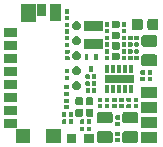
<source format=gbr>
%TF.GenerationSoftware,KiCad,Pcbnew,(5.1.6)-1*%
%TF.CreationDate,2021-06-02T19:48:48-07:00*%
%TF.ProjectId,Miniscope-v4-Wire-Free,4d696e69-7363-46f7-9065-2d76342d5769,rev?*%
%TF.SameCoordinates,Original*%
%TF.FileFunction,Soldermask,Top*%
%TF.FilePolarity,Negative*%
%FSLAX46Y46*%
G04 Gerber Fmt 4.6, Leading zero omitted, Abs format (unit mm)*
G04 Created by KiCad (PCBNEW (5.1.6)-1) date 2021-06-02 19:48:48*
%MOMM*%
%LPD*%
G01*
G04 APERTURE LIST*
%ADD10C,0.100000*%
G04 APERTURE END LIST*
D10*
G36*
X87269200Y-70028800D02*
G01*
X86448400Y-70028800D01*
X86448400Y-69268000D01*
X87269200Y-69268000D01*
X87269200Y-70028800D01*
G37*
G36*
X85809200Y-70028800D02*
G01*
X84988400Y-70028800D01*
X84988400Y-69268000D01*
X85809200Y-69268000D01*
X85809200Y-70028800D01*
G37*
G36*
X84515400Y-70025400D02*
G01*
X83264600Y-70025400D01*
X83264600Y-68824600D01*
X84515400Y-68824600D01*
X84515400Y-70025400D01*
G37*
G36*
X81925400Y-70025400D02*
G01*
X80674600Y-70025400D01*
X80674600Y-68824600D01*
X81925400Y-68824600D01*
X81925400Y-70025400D01*
G37*
G36*
X88718737Y-69046727D02*
G01*
X88761123Y-69059585D01*
X88800188Y-69080465D01*
X88834431Y-69108569D01*
X88862535Y-69142812D01*
X88883415Y-69181877D01*
X88896273Y-69224263D01*
X88900800Y-69270226D01*
X88900800Y-69794974D01*
X88896273Y-69840937D01*
X88883415Y-69883323D01*
X88862535Y-69922388D01*
X88834431Y-69956631D01*
X88800188Y-69984735D01*
X88761123Y-70005615D01*
X88718737Y-70018473D01*
X88672774Y-70023000D01*
X87758026Y-70023000D01*
X87712063Y-70018473D01*
X87669677Y-70005615D01*
X87630612Y-69984735D01*
X87596369Y-69956631D01*
X87568265Y-69922388D01*
X87547385Y-69883323D01*
X87534527Y-69840937D01*
X87530000Y-69794974D01*
X87530000Y-69270226D01*
X87534527Y-69224263D01*
X87547385Y-69181877D01*
X87568265Y-69142812D01*
X87596369Y-69108569D01*
X87630612Y-69080465D01*
X87669677Y-69059585D01*
X87712063Y-69046727D01*
X87758026Y-69042200D01*
X88672774Y-69042200D01*
X88718737Y-69046727D01*
G37*
G36*
X90877737Y-69046727D02*
G01*
X90920123Y-69059585D01*
X90959188Y-69080465D01*
X90993431Y-69108569D01*
X91021535Y-69142812D01*
X91042415Y-69181877D01*
X91055273Y-69224263D01*
X91059800Y-69270226D01*
X91059800Y-69794974D01*
X91055273Y-69840937D01*
X91042415Y-69883323D01*
X91021535Y-69922388D01*
X90993431Y-69956631D01*
X90959188Y-69984735D01*
X90920123Y-70005615D01*
X90877737Y-70018473D01*
X90831774Y-70023000D01*
X89917026Y-70023000D01*
X89871063Y-70018473D01*
X89828677Y-70005615D01*
X89789612Y-69984735D01*
X89755369Y-69956631D01*
X89727265Y-69922388D01*
X89706385Y-69883323D01*
X89693527Y-69840937D01*
X89689000Y-69794974D01*
X89689000Y-69270226D01*
X89693527Y-69224263D01*
X89706385Y-69181877D01*
X89727265Y-69142812D01*
X89755369Y-69108569D01*
X89789612Y-69080465D01*
X89828677Y-69059585D01*
X89871063Y-69046727D01*
X89917026Y-69042200D01*
X90831774Y-69042200D01*
X90877737Y-69046727D01*
G37*
G36*
X92658800Y-70008700D02*
G01*
X91287200Y-70008700D01*
X91287200Y-69145100D01*
X92658800Y-69145100D01*
X92658800Y-70008700D01*
G37*
G36*
X89445695Y-69621548D02*
G01*
X89459007Y-69625586D01*
X89471276Y-69632145D01*
X89482030Y-69640970D01*
X89490855Y-69651724D01*
X89497414Y-69663993D01*
X89501452Y-69677305D01*
X89503000Y-69693026D01*
X89503000Y-69907774D01*
X89501452Y-69923495D01*
X89497414Y-69936807D01*
X89490855Y-69949076D01*
X89482030Y-69959830D01*
X89471276Y-69968655D01*
X89459007Y-69975214D01*
X89445695Y-69979252D01*
X89429974Y-69980800D01*
X89185226Y-69980800D01*
X89169505Y-69979252D01*
X89156193Y-69975214D01*
X89143924Y-69968655D01*
X89133170Y-69959830D01*
X89124345Y-69949076D01*
X89117786Y-69936807D01*
X89113748Y-69923495D01*
X89112200Y-69907774D01*
X89112200Y-69693026D01*
X89113748Y-69677305D01*
X89117786Y-69663993D01*
X89124345Y-69651724D01*
X89133170Y-69640970D01*
X89143924Y-69632145D01*
X89156193Y-69625586D01*
X89169505Y-69621548D01*
X89185226Y-69620000D01*
X89429974Y-69620000D01*
X89445695Y-69621548D01*
G37*
G36*
X89445695Y-69071548D02*
G01*
X89459007Y-69075586D01*
X89471276Y-69082145D01*
X89482030Y-69090970D01*
X89490855Y-69101724D01*
X89497414Y-69113993D01*
X89501452Y-69127305D01*
X89503000Y-69143026D01*
X89503000Y-69357774D01*
X89501452Y-69373495D01*
X89497414Y-69386807D01*
X89490855Y-69399076D01*
X89482030Y-69409830D01*
X89471276Y-69418655D01*
X89459007Y-69425214D01*
X89445695Y-69429252D01*
X89429974Y-69430800D01*
X89185226Y-69430800D01*
X89169505Y-69429252D01*
X89156193Y-69425214D01*
X89143924Y-69418655D01*
X89133170Y-69409830D01*
X89124345Y-69399076D01*
X89117786Y-69386807D01*
X89113748Y-69373495D01*
X89112200Y-69357774D01*
X89112200Y-69143026D01*
X89113748Y-69127305D01*
X89117786Y-69113993D01*
X89124345Y-69101724D01*
X89133170Y-69090970D01*
X89143924Y-69082145D01*
X89156193Y-69075586D01*
X89169505Y-69071548D01*
X89185226Y-69070000D01*
X89429974Y-69070000D01*
X89445695Y-69071548D01*
G37*
G36*
X86434095Y-68649548D02*
G01*
X86447407Y-68653586D01*
X86459676Y-68660145D01*
X86470430Y-68668970D01*
X86479255Y-68679724D01*
X86485814Y-68691993D01*
X86489852Y-68705305D01*
X86491400Y-68721026D01*
X86491400Y-68965774D01*
X86489852Y-68981495D01*
X86485814Y-68994807D01*
X86479255Y-69007076D01*
X86470430Y-69017830D01*
X86459676Y-69026655D01*
X86447407Y-69033214D01*
X86434095Y-69037252D01*
X86418374Y-69038800D01*
X86203626Y-69038800D01*
X86187905Y-69037252D01*
X86174593Y-69033214D01*
X86162324Y-69026655D01*
X86151570Y-69017830D01*
X86142745Y-69007076D01*
X86136186Y-68994807D01*
X86132148Y-68981495D01*
X86130600Y-68965774D01*
X86130600Y-68721026D01*
X86132148Y-68705305D01*
X86136186Y-68691993D01*
X86142745Y-68679724D01*
X86151570Y-68668970D01*
X86162324Y-68660145D01*
X86174593Y-68653586D01*
X86187905Y-68649548D01*
X86203626Y-68648000D01*
X86418374Y-68648000D01*
X86434095Y-68649548D01*
G37*
G36*
X86984095Y-68649548D02*
G01*
X86997407Y-68653586D01*
X87009676Y-68660145D01*
X87020430Y-68668970D01*
X87029255Y-68679724D01*
X87035814Y-68691993D01*
X87039852Y-68705305D01*
X87041400Y-68721026D01*
X87041400Y-68965774D01*
X87039852Y-68981495D01*
X87035814Y-68994807D01*
X87029255Y-69007076D01*
X87020430Y-69017830D01*
X87009676Y-69026655D01*
X86997407Y-69033214D01*
X86984095Y-69037252D01*
X86968374Y-69038800D01*
X86753626Y-69038800D01*
X86737905Y-69037252D01*
X86724593Y-69033214D01*
X86712324Y-69026655D01*
X86701570Y-69017830D01*
X86692745Y-69007076D01*
X86686186Y-68994807D01*
X86682148Y-68981495D01*
X86680600Y-68965774D01*
X86680600Y-68721026D01*
X86682148Y-68705305D01*
X86686186Y-68691993D01*
X86692745Y-68679724D01*
X86701570Y-68668970D01*
X86712324Y-68660145D01*
X86724593Y-68653586D01*
X86737905Y-68649548D01*
X86753626Y-68648000D01*
X86968374Y-68648000D01*
X86984095Y-68649548D01*
G37*
G36*
X92658800Y-68738700D02*
G01*
X91287200Y-68738700D01*
X91287200Y-67875100D01*
X92658800Y-67875100D01*
X92658800Y-68738700D01*
G37*
G36*
X80775400Y-68725400D02*
G01*
X79724600Y-68725400D01*
X79724600Y-67974600D01*
X80775400Y-67974600D01*
X80775400Y-68725400D01*
G37*
G36*
X89441895Y-68245948D02*
G01*
X89455207Y-68249986D01*
X89467476Y-68256545D01*
X89478230Y-68265370D01*
X89487055Y-68276124D01*
X89493614Y-68288393D01*
X89497652Y-68301705D01*
X89499200Y-68317426D01*
X89499200Y-68532174D01*
X89497652Y-68547895D01*
X89493614Y-68561207D01*
X89487055Y-68573476D01*
X89478230Y-68584230D01*
X89467476Y-68593055D01*
X89455207Y-68599614D01*
X89441895Y-68603652D01*
X89426174Y-68605200D01*
X89181426Y-68605200D01*
X89165705Y-68603652D01*
X89152393Y-68599614D01*
X89140124Y-68593055D01*
X89129370Y-68584230D01*
X89120545Y-68573476D01*
X89113986Y-68561207D01*
X89109948Y-68547895D01*
X89108400Y-68532174D01*
X89108400Y-68317426D01*
X89109948Y-68301705D01*
X89113986Y-68288393D01*
X89120545Y-68276124D01*
X89129370Y-68265370D01*
X89140124Y-68256545D01*
X89152393Y-68249986D01*
X89165705Y-68245948D01*
X89181426Y-68244400D01*
X89426174Y-68244400D01*
X89441895Y-68245948D01*
G37*
G36*
X84910095Y-68036148D02*
G01*
X84923407Y-68040186D01*
X84935676Y-68046745D01*
X84946430Y-68055570D01*
X84955255Y-68066324D01*
X84961814Y-68078593D01*
X84965852Y-68091905D01*
X84967400Y-68107626D01*
X84967400Y-68352374D01*
X84965852Y-68368095D01*
X84961814Y-68381407D01*
X84955255Y-68393676D01*
X84946430Y-68404430D01*
X84935676Y-68413255D01*
X84923407Y-68419814D01*
X84910095Y-68423852D01*
X84894374Y-68425400D01*
X84679626Y-68425400D01*
X84663905Y-68423852D01*
X84650593Y-68419814D01*
X84638324Y-68413255D01*
X84627570Y-68404430D01*
X84618745Y-68393676D01*
X84612186Y-68381407D01*
X84608148Y-68368095D01*
X84606600Y-68352374D01*
X84606600Y-68107626D01*
X84608148Y-68091905D01*
X84612186Y-68078593D01*
X84618745Y-68066324D01*
X84627570Y-68055570D01*
X84638324Y-68046745D01*
X84650593Y-68040186D01*
X84663905Y-68036148D01*
X84679626Y-68034600D01*
X84894374Y-68034600D01*
X84910095Y-68036148D01*
G37*
G36*
X85460095Y-68036148D02*
G01*
X85473407Y-68040186D01*
X85485676Y-68046745D01*
X85496430Y-68055570D01*
X85505255Y-68066324D01*
X85511814Y-68078593D01*
X85515852Y-68091905D01*
X85517400Y-68107626D01*
X85517400Y-68352374D01*
X85515852Y-68368095D01*
X85511814Y-68381407D01*
X85505255Y-68393676D01*
X85496430Y-68404430D01*
X85485676Y-68413255D01*
X85473407Y-68419814D01*
X85460095Y-68423852D01*
X85444374Y-68425400D01*
X85229626Y-68425400D01*
X85213905Y-68423852D01*
X85200593Y-68419814D01*
X85188324Y-68413255D01*
X85177570Y-68404430D01*
X85168745Y-68393676D01*
X85162186Y-68381407D01*
X85158148Y-68368095D01*
X85156600Y-68352374D01*
X85156600Y-68107626D01*
X85158148Y-68091905D01*
X85162186Y-68078593D01*
X85168745Y-68066324D01*
X85177570Y-68055570D01*
X85188324Y-68046745D01*
X85200593Y-68040186D01*
X85213905Y-68036148D01*
X85229626Y-68034600D01*
X85444374Y-68034600D01*
X85460095Y-68036148D01*
G37*
G36*
X86434095Y-68036148D02*
G01*
X86447407Y-68040186D01*
X86459676Y-68046745D01*
X86470430Y-68055570D01*
X86479255Y-68066324D01*
X86485814Y-68078593D01*
X86489852Y-68091905D01*
X86491400Y-68107626D01*
X86491400Y-68352374D01*
X86489852Y-68368095D01*
X86485814Y-68381407D01*
X86479255Y-68393676D01*
X86470430Y-68404430D01*
X86459676Y-68413255D01*
X86447407Y-68419814D01*
X86434095Y-68423852D01*
X86418374Y-68425400D01*
X86203626Y-68425400D01*
X86187905Y-68423852D01*
X86174593Y-68419814D01*
X86162324Y-68413255D01*
X86151570Y-68404430D01*
X86142745Y-68393676D01*
X86136186Y-68381407D01*
X86132148Y-68368095D01*
X86130600Y-68352374D01*
X86130600Y-68107626D01*
X86132148Y-68091905D01*
X86136186Y-68078593D01*
X86142745Y-68066324D01*
X86151570Y-68055570D01*
X86162324Y-68046745D01*
X86174593Y-68040186D01*
X86187905Y-68036148D01*
X86203626Y-68034600D01*
X86418374Y-68034600D01*
X86434095Y-68036148D01*
G37*
G36*
X86984095Y-68036148D02*
G01*
X86997407Y-68040186D01*
X87009676Y-68046745D01*
X87020430Y-68055570D01*
X87029255Y-68066324D01*
X87035814Y-68078593D01*
X87039852Y-68091905D01*
X87041400Y-68107626D01*
X87041400Y-68352374D01*
X87039852Y-68368095D01*
X87035814Y-68381407D01*
X87029255Y-68393676D01*
X87020430Y-68404430D01*
X87009676Y-68413255D01*
X86997407Y-68419814D01*
X86984095Y-68423852D01*
X86968374Y-68425400D01*
X86753626Y-68425400D01*
X86737905Y-68423852D01*
X86724593Y-68419814D01*
X86712324Y-68413255D01*
X86701570Y-68404430D01*
X86692745Y-68393676D01*
X86686186Y-68381407D01*
X86682148Y-68368095D01*
X86680600Y-68352374D01*
X86680600Y-68107626D01*
X86682148Y-68091905D01*
X86686186Y-68078593D01*
X86692745Y-68066324D01*
X86701570Y-68055570D01*
X86712324Y-68046745D01*
X86724593Y-68040186D01*
X86737905Y-68036148D01*
X86753626Y-68034600D01*
X86968374Y-68034600D01*
X86984095Y-68036148D01*
G37*
G36*
X90877737Y-67406727D02*
G01*
X90920123Y-67419585D01*
X90959188Y-67440465D01*
X90993431Y-67468569D01*
X91021535Y-67502812D01*
X91042415Y-67541877D01*
X91055273Y-67584263D01*
X91059800Y-67630226D01*
X91059800Y-68154974D01*
X91055273Y-68200937D01*
X91042415Y-68243323D01*
X91021535Y-68282388D01*
X90993431Y-68316631D01*
X90959188Y-68344735D01*
X90920123Y-68365615D01*
X90877737Y-68378473D01*
X90831774Y-68383000D01*
X89917026Y-68383000D01*
X89871063Y-68378473D01*
X89828677Y-68365615D01*
X89789612Y-68344735D01*
X89755369Y-68316631D01*
X89727265Y-68282388D01*
X89706385Y-68243323D01*
X89693527Y-68200937D01*
X89689000Y-68154974D01*
X89689000Y-67630226D01*
X89693527Y-67584263D01*
X89706385Y-67541877D01*
X89727265Y-67502812D01*
X89755369Y-67468569D01*
X89789612Y-67440465D01*
X89828677Y-67419585D01*
X89871063Y-67406727D01*
X89917026Y-67402200D01*
X90831774Y-67402200D01*
X90877737Y-67406727D01*
G37*
G36*
X88718737Y-67406727D02*
G01*
X88761123Y-67419585D01*
X88800188Y-67440465D01*
X88834431Y-67468569D01*
X88862535Y-67502812D01*
X88883415Y-67541877D01*
X88896273Y-67584263D01*
X88900800Y-67630226D01*
X88900800Y-68154974D01*
X88896273Y-68200937D01*
X88883415Y-68243323D01*
X88862535Y-68282388D01*
X88834431Y-68316631D01*
X88800188Y-68344735D01*
X88761123Y-68365615D01*
X88718737Y-68378473D01*
X88672774Y-68383000D01*
X87758026Y-68383000D01*
X87712063Y-68378473D01*
X87669677Y-68365615D01*
X87630612Y-68344735D01*
X87596369Y-68316631D01*
X87568265Y-68282388D01*
X87547385Y-68243323D01*
X87534527Y-68200937D01*
X87530000Y-68154974D01*
X87530000Y-67630226D01*
X87534527Y-67584263D01*
X87547385Y-67541877D01*
X87568265Y-67502812D01*
X87596369Y-67468569D01*
X87630612Y-67440465D01*
X87669677Y-67419585D01*
X87712063Y-67406727D01*
X87758026Y-67402200D01*
X88672774Y-67402200D01*
X88718737Y-67406727D01*
G37*
G36*
X89441895Y-67695948D02*
G01*
X89455207Y-67699986D01*
X89467476Y-67706545D01*
X89478230Y-67715370D01*
X89487055Y-67726124D01*
X89493614Y-67738393D01*
X89497652Y-67751705D01*
X89499200Y-67767426D01*
X89499200Y-67982174D01*
X89497652Y-67997895D01*
X89493614Y-68011207D01*
X89487055Y-68023476D01*
X89478230Y-68034230D01*
X89467476Y-68043055D01*
X89455207Y-68049614D01*
X89441895Y-68053652D01*
X89426174Y-68055200D01*
X89181426Y-68055200D01*
X89165705Y-68053652D01*
X89152393Y-68049614D01*
X89140124Y-68043055D01*
X89129370Y-68034230D01*
X89120545Y-68023476D01*
X89113986Y-68011207D01*
X89109948Y-67997895D01*
X89108400Y-67982174D01*
X89108400Y-67767426D01*
X89109948Y-67751705D01*
X89113986Y-67738393D01*
X89120545Y-67726124D01*
X89129370Y-67715370D01*
X89140124Y-67706545D01*
X89152393Y-67699986D01*
X89165705Y-67695948D01*
X89181426Y-67694400D01*
X89426174Y-67694400D01*
X89441895Y-67695948D01*
G37*
G36*
X84913895Y-67426548D02*
G01*
X84927207Y-67430586D01*
X84939476Y-67437145D01*
X84950230Y-67445970D01*
X84959055Y-67456724D01*
X84965614Y-67468993D01*
X84969652Y-67482305D01*
X84971200Y-67498026D01*
X84971200Y-67742774D01*
X84969652Y-67758495D01*
X84965614Y-67771807D01*
X84959055Y-67784076D01*
X84950230Y-67794830D01*
X84939476Y-67803655D01*
X84927207Y-67810214D01*
X84913895Y-67814252D01*
X84898174Y-67815800D01*
X84683426Y-67815800D01*
X84667705Y-67814252D01*
X84654393Y-67810214D01*
X84642124Y-67803655D01*
X84631370Y-67794830D01*
X84622545Y-67784076D01*
X84615986Y-67771807D01*
X84611948Y-67758495D01*
X84610400Y-67742774D01*
X84610400Y-67498026D01*
X84611948Y-67482305D01*
X84615986Y-67468993D01*
X84622545Y-67456724D01*
X84631370Y-67445970D01*
X84642124Y-67437145D01*
X84654393Y-67430586D01*
X84667705Y-67426548D01*
X84683426Y-67425000D01*
X84898174Y-67425000D01*
X84913895Y-67426548D01*
G37*
G36*
X85463895Y-67426548D02*
G01*
X85477207Y-67430586D01*
X85489476Y-67437145D01*
X85500230Y-67445970D01*
X85509055Y-67456724D01*
X85515614Y-67468993D01*
X85519652Y-67482305D01*
X85521200Y-67498026D01*
X85521200Y-67742774D01*
X85519652Y-67758495D01*
X85515614Y-67771807D01*
X85509055Y-67784076D01*
X85500230Y-67794830D01*
X85489476Y-67803655D01*
X85477207Y-67810214D01*
X85463895Y-67814252D01*
X85448174Y-67815800D01*
X85233426Y-67815800D01*
X85217705Y-67814252D01*
X85204393Y-67810214D01*
X85192124Y-67803655D01*
X85181370Y-67794830D01*
X85172545Y-67784076D01*
X85165986Y-67771807D01*
X85161948Y-67758495D01*
X85160400Y-67742774D01*
X85160400Y-67498026D01*
X85161948Y-67482305D01*
X85165986Y-67468993D01*
X85172545Y-67456724D01*
X85181370Y-67445970D01*
X85192124Y-67437145D01*
X85204393Y-67430586D01*
X85217705Y-67426548D01*
X85233426Y-67425000D01*
X85448174Y-67425000D01*
X85463895Y-67426548D01*
G37*
G36*
X87136969Y-67130446D02*
G01*
X87162934Y-67138322D01*
X87186877Y-67151121D01*
X87207859Y-67168341D01*
X87225079Y-67189323D01*
X87237878Y-67213266D01*
X87245754Y-67239231D01*
X87248600Y-67268126D01*
X87248600Y-67667874D01*
X87245754Y-67696769D01*
X87237878Y-67722734D01*
X87225079Y-67746677D01*
X87207859Y-67767659D01*
X87186877Y-67784879D01*
X87162934Y-67797678D01*
X87136969Y-67805554D01*
X87108074Y-67808400D01*
X86758326Y-67808400D01*
X86729431Y-67805554D01*
X86703466Y-67797678D01*
X86679523Y-67784879D01*
X86658541Y-67767659D01*
X86641321Y-67746677D01*
X86628522Y-67722734D01*
X86620646Y-67696769D01*
X86617800Y-67667874D01*
X86617800Y-67268126D01*
X86620646Y-67239231D01*
X86628522Y-67213266D01*
X86641321Y-67189323D01*
X86658541Y-67168341D01*
X86679523Y-67151121D01*
X86703466Y-67138322D01*
X86729431Y-67130446D01*
X86758326Y-67127600D01*
X87108074Y-67127600D01*
X87136969Y-67130446D01*
G37*
G36*
X86246969Y-67130446D02*
G01*
X86272934Y-67138322D01*
X86296877Y-67151121D01*
X86317859Y-67168341D01*
X86335079Y-67189323D01*
X86347878Y-67213266D01*
X86355754Y-67239231D01*
X86358600Y-67268126D01*
X86358600Y-67667874D01*
X86355754Y-67696769D01*
X86347878Y-67722734D01*
X86335079Y-67746677D01*
X86317859Y-67767659D01*
X86296877Y-67784879D01*
X86272934Y-67797678D01*
X86246969Y-67805554D01*
X86218074Y-67808400D01*
X85868326Y-67808400D01*
X85839431Y-67805554D01*
X85813466Y-67797678D01*
X85789523Y-67784879D01*
X85768541Y-67767659D01*
X85751321Y-67746677D01*
X85738522Y-67722734D01*
X85730646Y-67696769D01*
X85727800Y-67667874D01*
X85727800Y-67268126D01*
X85730646Y-67239231D01*
X85738522Y-67213266D01*
X85751321Y-67189323D01*
X85768541Y-67168341D01*
X85789523Y-67151121D01*
X85813466Y-67138322D01*
X85839431Y-67130446D01*
X85868326Y-67127600D01*
X86218074Y-67127600D01*
X86246969Y-67130446D01*
G37*
G36*
X80775400Y-67625400D02*
G01*
X79724600Y-67625400D01*
X79724600Y-66874600D01*
X80775400Y-66874600D01*
X80775400Y-67625400D01*
G37*
G36*
X92658800Y-67468700D02*
G01*
X91287200Y-67468700D01*
X91287200Y-66605100D01*
X92658800Y-66605100D01*
X92658800Y-67468700D01*
G37*
G36*
X85100695Y-66827548D02*
G01*
X85114007Y-66831586D01*
X85126276Y-66838145D01*
X85137030Y-66846970D01*
X85145855Y-66857724D01*
X85152414Y-66869993D01*
X85156452Y-66883305D01*
X85158000Y-66899026D01*
X85158000Y-67113774D01*
X85156452Y-67129495D01*
X85152414Y-67142807D01*
X85145855Y-67155076D01*
X85137030Y-67165830D01*
X85126276Y-67174655D01*
X85114007Y-67181214D01*
X85100695Y-67185252D01*
X85084974Y-67186800D01*
X84840226Y-67186800D01*
X84824505Y-67185252D01*
X84811193Y-67181214D01*
X84798924Y-67174655D01*
X84788170Y-67165830D01*
X84779345Y-67155076D01*
X84772786Y-67142807D01*
X84768748Y-67129495D01*
X84767200Y-67113774D01*
X84767200Y-66899026D01*
X84768748Y-66883305D01*
X84772786Y-66869993D01*
X84779345Y-66857724D01*
X84788170Y-66846970D01*
X84798924Y-66838145D01*
X84811193Y-66831586D01*
X84824505Y-66827548D01*
X84840226Y-66826000D01*
X85084974Y-66826000D01*
X85100695Y-66827548D01*
G37*
G36*
X87945495Y-66739348D02*
G01*
X87958807Y-66743386D01*
X87971076Y-66749945D01*
X87981830Y-66758770D01*
X87990655Y-66769524D01*
X87997214Y-66781793D01*
X88001252Y-66795105D01*
X88002800Y-66810826D01*
X88002800Y-67025574D01*
X88001252Y-67041295D01*
X87997214Y-67054607D01*
X87990655Y-67066876D01*
X87981830Y-67077630D01*
X87971076Y-67086455D01*
X87958807Y-67093014D01*
X87945495Y-67097052D01*
X87929774Y-67098600D01*
X87685026Y-67098600D01*
X87669305Y-67097052D01*
X87655993Y-67093014D01*
X87643724Y-67086455D01*
X87632970Y-67077630D01*
X87624145Y-67066876D01*
X87617586Y-67054607D01*
X87613548Y-67041295D01*
X87612000Y-67025574D01*
X87612000Y-66810826D01*
X87613548Y-66795105D01*
X87617586Y-66781793D01*
X87624145Y-66769524D01*
X87632970Y-66758770D01*
X87643724Y-66749945D01*
X87655993Y-66743386D01*
X87669305Y-66739348D01*
X87685026Y-66737800D01*
X87929774Y-66737800D01*
X87945495Y-66739348D01*
G37*
G36*
X89775895Y-66738648D02*
G01*
X89789207Y-66742686D01*
X89801476Y-66749245D01*
X89812230Y-66758070D01*
X89821055Y-66768824D01*
X89827614Y-66781093D01*
X89831652Y-66794405D01*
X89833200Y-66810126D01*
X89833200Y-67024874D01*
X89831652Y-67040595D01*
X89827614Y-67053907D01*
X89821055Y-67066176D01*
X89812230Y-67076930D01*
X89801476Y-67085755D01*
X89789207Y-67092314D01*
X89775895Y-67096352D01*
X89760174Y-67097900D01*
X89515426Y-67097900D01*
X89499705Y-67096352D01*
X89486393Y-67092314D01*
X89474124Y-67085755D01*
X89463370Y-67076930D01*
X89454545Y-67066176D01*
X89447986Y-67053907D01*
X89443948Y-67040595D01*
X89442400Y-67024874D01*
X89442400Y-66810126D01*
X89443948Y-66794405D01*
X89447986Y-66781093D01*
X89454545Y-66768824D01*
X89463370Y-66758070D01*
X89474124Y-66749245D01*
X89486393Y-66742686D01*
X89499705Y-66738648D01*
X89515426Y-66737100D01*
X89760174Y-66737100D01*
X89775895Y-66738648D01*
G37*
G36*
X90995095Y-66738648D02*
G01*
X91008407Y-66742686D01*
X91020676Y-66749245D01*
X91031430Y-66758070D01*
X91040255Y-66768824D01*
X91046814Y-66781093D01*
X91050852Y-66794405D01*
X91052400Y-66810126D01*
X91052400Y-67024874D01*
X91050852Y-67040595D01*
X91046814Y-67053907D01*
X91040255Y-67066176D01*
X91031430Y-67076930D01*
X91020676Y-67085755D01*
X91008407Y-67092314D01*
X90995095Y-67096352D01*
X90979374Y-67097900D01*
X90734626Y-67097900D01*
X90718905Y-67096352D01*
X90705593Y-67092314D01*
X90693324Y-67085755D01*
X90682570Y-67076930D01*
X90673745Y-67066176D01*
X90667186Y-67053907D01*
X90663148Y-67040595D01*
X90661600Y-67024874D01*
X90661600Y-66810126D01*
X90663148Y-66794405D01*
X90667186Y-66781093D01*
X90673745Y-66768824D01*
X90682570Y-66758070D01*
X90693324Y-66749245D01*
X90705593Y-66742686D01*
X90718905Y-66738648D01*
X90734626Y-66737100D01*
X90979374Y-66737100D01*
X90995095Y-66738648D01*
G37*
G36*
X90385495Y-66738648D02*
G01*
X90398807Y-66742686D01*
X90411076Y-66749245D01*
X90421830Y-66758070D01*
X90430655Y-66768824D01*
X90437214Y-66781093D01*
X90441252Y-66794405D01*
X90442800Y-66810126D01*
X90442800Y-67024874D01*
X90441252Y-67040595D01*
X90437214Y-67053907D01*
X90430655Y-67066176D01*
X90421830Y-67076930D01*
X90411076Y-67085755D01*
X90398807Y-67092314D01*
X90385495Y-67096352D01*
X90369774Y-67097900D01*
X90125026Y-67097900D01*
X90109305Y-67096352D01*
X90095993Y-67092314D01*
X90083724Y-67085755D01*
X90072970Y-67076930D01*
X90064145Y-67066176D01*
X90057586Y-67053907D01*
X90053548Y-67040595D01*
X90052000Y-67024874D01*
X90052000Y-66810126D01*
X90053548Y-66794405D01*
X90057586Y-66781093D01*
X90064145Y-66768824D01*
X90072970Y-66758070D01*
X90083724Y-66749245D01*
X90095993Y-66742686D01*
X90109305Y-66738648D01*
X90125026Y-66737100D01*
X90369774Y-66737100D01*
X90385495Y-66738648D01*
G37*
G36*
X88556695Y-66738648D02*
G01*
X88570007Y-66742686D01*
X88582276Y-66749245D01*
X88593030Y-66758070D01*
X88601855Y-66768824D01*
X88608414Y-66781093D01*
X88612452Y-66794405D01*
X88614000Y-66810126D01*
X88614000Y-67024874D01*
X88612452Y-67040595D01*
X88608414Y-67053907D01*
X88601855Y-67066176D01*
X88593030Y-67076930D01*
X88582276Y-67085755D01*
X88570007Y-67092314D01*
X88556695Y-67096352D01*
X88540974Y-67097900D01*
X88296226Y-67097900D01*
X88280505Y-67096352D01*
X88267193Y-67092314D01*
X88254924Y-67085755D01*
X88244170Y-67076930D01*
X88235345Y-67066176D01*
X88228786Y-67053907D01*
X88224748Y-67040595D01*
X88223200Y-67024874D01*
X88223200Y-66810126D01*
X88224748Y-66794405D01*
X88228786Y-66781093D01*
X88235345Y-66768824D01*
X88244170Y-66758070D01*
X88254924Y-66749245D01*
X88267193Y-66742686D01*
X88280505Y-66738648D01*
X88296226Y-66737100D01*
X88540974Y-66737100D01*
X88556695Y-66738648D01*
G37*
G36*
X89164695Y-66738648D02*
G01*
X89178007Y-66742686D01*
X89190276Y-66749245D01*
X89201030Y-66758070D01*
X89209855Y-66768824D01*
X89216414Y-66781093D01*
X89220452Y-66794405D01*
X89222000Y-66810126D01*
X89222000Y-67024874D01*
X89220452Y-67040595D01*
X89216414Y-67053907D01*
X89209855Y-67066176D01*
X89201030Y-67076930D01*
X89190276Y-67085755D01*
X89178007Y-67092314D01*
X89164695Y-67096352D01*
X89148974Y-67097900D01*
X88904226Y-67097900D01*
X88888505Y-67096352D01*
X88875193Y-67092314D01*
X88862924Y-67085755D01*
X88852170Y-67076930D01*
X88843345Y-67066176D01*
X88836786Y-67053907D01*
X88832748Y-67040595D01*
X88831200Y-67024874D01*
X88831200Y-66810126D01*
X88832748Y-66794405D01*
X88836786Y-66781093D01*
X88843345Y-66768824D01*
X88852170Y-66758070D01*
X88862924Y-66749245D01*
X88875193Y-66742686D01*
X88888505Y-66738648D01*
X88904226Y-66737100D01*
X89148974Y-66737100D01*
X89164695Y-66738648D01*
G37*
G36*
X87136969Y-66165246D02*
G01*
X87162934Y-66173122D01*
X87186877Y-66185921D01*
X87207859Y-66203141D01*
X87225079Y-66224123D01*
X87237878Y-66248066D01*
X87245754Y-66274031D01*
X87248600Y-66302926D01*
X87248600Y-66702674D01*
X87245754Y-66731569D01*
X87237878Y-66757534D01*
X87225079Y-66781477D01*
X87207859Y-66802459D01*
X87186877Y-66819679D01*
X87162934Y-66832478D01*
X87136969Y-66840354D01*
X87108074Y-66843200D01*
X86758326Y-66843200D01*
X86729431Y-66840354D01*
X86703466Y-66832478D01*
X86679523Y-66819679D01*
X86658541Y-66802459D01*
X86641321Y-66781477D01*
X86628522Y-66757534D01*
X86620646Y-66731569D01*
X86617800Y-66702674D01*
X86617800Y-66302926D01*
X86620646Y-66274031D01*
X86628522Y-66248066D01*
X86641321Y-66224123D01*
X86658541Y-66203141D01*
X86679523Y-66185921D01*
X86703466Y-66173122D01*
X86729431Y-66165246D01*
X86758326Y-66162400D01*
X87108074Y-66162400D01*
X87136969Y-66165246D01*
G37*
G36*
X86246969Y-66165246D02*
G01*
X86272934Y-66173122D01*
X86296877Y-66185921D01*
X86317859Y-66203141D01*
X86335079Y-66224123D01*
X86347878Y-66248066D01*
X86355754Y-66274031D01*
X86358600Y-66302926D01*
X86358600Y-66702674D01*
X86355754Y-66731569D01*
X86347878Y-66757534D01*
X86335079Y-66781477D01*
X86317859Y-66802459D01*
X86296877Y-66819679D01*
X86272934Y-66832478D01*
X86246969Y-66840354D01*
X86218074Y-66843200D01*
X85868326Y-66843200D01*
X85839431Y-66840354D01*
X85813466Y-66832478D01*
X85789523Y-66819679D01*
X85768541Y-66802459D01*
X85751321Y-66781477D01*
X85738522Y-66757534D01*
X85730646Y-66731569D01*
X85727800Y-66702674D01*
X85727800Y-66302926D01*
X85730646Y-66274031D01*
X85738522Y-66248066D01*
X85751321Y-66224123D01*
X85768541Y-66203141D01*
X85789523Y-66185921D01*
X85813466Y-66173122D01*
X85839431Y-66165246D01*
X85868326Y-66162400D01*
X86218074Y-66162400D01*
X86246969Y-66165246D01*
G37*
G36*
X85100695Y-66277548D02*
G01*
X85114007Y-66281586D01*
X85126276Y-66288145D01*
X85137030Y-66296970D01*
X85145855Y-66307724D01*
X85152414Y-66319993D01*
X85156452Y-66333305D01*
X85158000Y-66349026D01*
X85158000Y-66563774D01*
X85156452Y-66579495D01*
X85152414Y-66592807D01*
X85145855Y-66605076D01*
X85137030Y-66615830D01*
X85126276Y-66624655D01*
X85114007Y-66631214D01*
X85100695Y-66635252D01*
X85084974Y-66636800D01*
X84840226Y-66636800D01*
X84824505Y-66635252D01*
X84811193Y-66631214D01*
X84798924Y-66624655D01*
X84788170Y-66615830D01*
X84779345Y-66605076D01*
X84772786Y-66592807D01*
X84768748Y-66579495D01*
X84767200Y-66563774D01*
X84767200Y-66349026D01*
X84768748Y-66333305D01*
X84772786Y-66319993D01*
X84779345Y-66307724D01*
X84788170Y-66296970D01*
X84798924Y-66288145D01*
X84811193Y-66281586D01*
X84824505Y-66277548D01*
X84840226Y-66276000D01*
X85084974Y-66276000D01*
X85100695Y-66277548D01*
G37*
G36*
X87945495Y-66189348D02*
G01*
X87958807Y-66193386D01*
X87971076Y-66199945D01*
X87981830Y-66208770D01*
X87990655Y-66219524D01*
X87997214Y-66231793D01*
X88001252Y-66245105D01*
X88002800Y-66260826D01*
X88002800Y-66475574D01*
X88001252Y-66491295D01*
X87997214Y-66504607D01*
X87990655Y-66516876D01*
X87981830Y-66527630D01*
X87971076Y-66536455D01*
X87958807Y-66543014D01*
X87945495Y-66547052D01*
X87929774Y-66548600D01*
X87685026Y-66548600D01*
X87669305Y-66547052D01*
X87655993Y-66543014D01*
X87643724Y-66536455D01*
X87632970Y-66527630D01*
X87624145Y-66516876D01*
X87617586Y-66504607D01*
X87613548Y-66491295D01*
X87612000Y-66475574D01*
X87612000Y-66260826D01*
X87613548Y-66245105D01*
X87617586Y-66231793D01*
X87624145Y-66219524D01*
X87632970Y-66208770D01*
X87643724Y-66199945D01*
X87655993Y-66193386D01*
X87669305Y-66189348D01*
X87685026Y-66187800D01*
X87929774Y-66187800D01*
X87945495Y-66189348D01*
G37*
G36*
X89775895Y-66188648D02*
G01*
X89789207Y-66192686D01*
X89801476Y-66199245D01*
X89812230Y-66208070D01*
X89821055Y-66218824D01*
X89827614Y-66231093D01*
X89831652Y-66244405D01*
X89833200Y-66260126D01*
X89833200Y-66474874D01*
X89831652Y-66490595D01*
X89827614Y-66503907D01*
X89821055Y-66516176D01*
X89812230Y-66526930D01*
X89801476Y-66535755D01*
X89789207Y-66542314D01*
X89775895Y-66546352D01*
X89760174Y-66547900D01*
X89515426Y-66547900D01*
X89499705Y-66546352D01*
X89486393Y-66542314D01*
X89474124Y-66535755D01*
X89463370Y-66526930D01*
X89454545Y-66516176D01*
X89447986Y-66503907D01*
X89443948Y-66490595D01*
X89442400Y-66474874D01*
X89442400Y-66260126D01*
X89443948Y-66244405D01*
X89447986Y-66231093D01*
X89454545Y-66218824D01*
X89463370Y-66208070D01*
X89474124Y-66199245D01*
X89486393Y-66192686D01*
X89499705Y-66188648D01*
X89515426Y-66187100D01*
X89760174Y-66187100D01*
X89775895Y-66188648D01*
G37*
G36*
X90995095Y-66188648D02*
G01*
X91008407Y-66192686D01*
X91020676Y-66199245D01*
X91031430Y-66208070D01*
X91040255Y-66218824D01*
X91046814Y-66231093D01*
X91050852Y-66244405D01*
X91052400Y-66260126D01*
X91052400Y-66474874D01*
X91050852Y-66490595D01*
X91046814Y-66503907D01*
X91040255Y-66516176D01*
X91031430Y-66526930D01*
X91020676Y-66535755D01*
X91008407Y-66542314D01*
X90995095Y-66546352D01*
X90979374Y-66547900D01*
X90734626Y-66547900D01*
X90718905Y-66546352D01*
X90705593Y-66542314D01*
X90693324Y-66535755D01*
X90682570Y-66526930D01*
X90673745Y-66516176D01*
X90667186Y-66503907D01*
X90663148Y-66490595D01*
X90661600Y-66474874D01*
X90661600Y-66260126D01*
X90663148Y-66244405D01*
X90667186Y-66231093D01*
X90673745Y-66218824D01*
X90682570Y-66208070D01*
X90693324Y-66199245D01*
X90705593Y-66192686D01*
X90718905Y-66188648D01*
X90734626Y-66187100D01*
X90979374Y-66187100D01*
X90995095Y-66188648D01*
G37*
G36*
X88556695Y-66188648D02*
G01*
X88570007Y-66192686D01*
X88582276Y-66199245D01*
X88593030Y-66208070D01*
X88601855Y-66218824D01*
X88608414Y-66231093D01*
X88612452Y-66244405D01*
X88614000Y-66260126D01*
X88614000Y-66474874D01*
X88612452Y-66490595D01*
X88608414Y-66503907D01*
X88601855Y-66516176D01*
X88593030Y-66526930D01*
X88582276Y-66535755D01*
X88570007Y-66542314D01*
X88556695Y-66546352D01*
X88540974Y-66547900D01*
X88296226Y-66547900D01*
X88280505Y-66546352D01*
X88267193Y-66542314D01*
X88254924Y-66535755D01*
X88244170Y-66526930D01*
X88235345Y-66516176D01*
X88228786Y-66503907D01*
X88224748Y-66490595D01*
X88223200Y-66474874D01*
X88223200Y-66260126D01*
X88224748Y-66244405D01*
X88228786Y-66231093D01*
X88235345Y-66218824D01*
X88244170Y-66208070D01*
X88254924Y-66199245D01*
X88267193Y-66192686D01*
X88280505Y-66188648D01*
X88296226Y-66187100D01*
X88540974Y-66187100D01*
X88556695Y-66188648D01*
G37*
G36*
X89164695Y-66188648D02*
G01*
X89178007Y-66192686D01*
X89190276Y-66199245D01*
X89201030Y-66208070D01*
X89209855Y-66218824D01*
X89216414Y-66231093D01*
X89220452Y-66244405D01*
X89222000Y-66260126D01*
X89222000Y-66474874D01*
X89220452Y-66490595D01*
X89216414Y-66503907D01*
X89209855Y-66516176D01*
X89201030Y-66526930D01*
X89190276Y-66535755D01*
X89178007Y-66542314D01*
X89164695Y-66546352D01*
X89148974Y-66547900D01*
X88904226Y-66547900D01*
X88888505Y-66546352D01*
X88875193Y-66542314D01*
X88862924Y-66535755D01*
X88852170Y-66526930D01*
X88843345Y-66516176D01*
X88836786Y-66503907D01*
X88832748Y-66490595D01*
X88831200Y-66474874D01*
X88831200Y-66260126D01*
X88832748Y-66244405D01*
X88836786Y-66231093D01*
X88843345Y-66218824D01*
X88852170Y-66208070D01*
X88862924Y-66199245D01*
X88875193Y-66192686D01*
X88888505Y-66188648D01*
X88904226Y-66187100D01*
X89148974Y-66187100D01*
X89164695Y-66188648D01*
G37*
G36*
X90385495Y-66188648D02*
G01*
X90398807Y-66192686D01*
X90411076Y-66199245D01*
X90421830Y-66208070D01*
X90430655Y-66218824D01*
X90437214Y-66231093D01*
X90441252Y-66244405D01*
X90442800Y-66260126D01*
X90442800Y-66474874D01*
X90441252Y-66490595D01*
X90437214Y-66503907D01*
X90430655Y-66516176D01*
X90421830Y-66526930D01*
X90411076Y-66535755D01*
X90398807Y-66542314D01*
X90385495Y-66546352D01*
X90369774Y-66547900D01*
X90125026Y-66547900D01*
X90109305Y-66546352D01*
X90095993Y-66542314D01*
X90083724Y-66535755D01*
X90072970Y-66526930D01*
X90064145Y-66516176D01*
X90057586Y-66503907D01*
X90053548Y-66490595D01*
X90052000Y-66474874D01*
X90052000Y-66260126D01*
X90053548Y-66244405D01*
X90057586Y-66231093D01*
X90064145Y-66218824D01*
X90072970Y-66208070D01*
X90083724Y-66199245D01*
X90095993Y-66192686D01*
X90109305Y-66188648D01*
X90125026Y-66187100D01*
X90369774Y-66187100D01*
X90385495Y-66188648D01*
G37*
G36*
X80775400Y-66525400D02*
G01*
X79724600Y-66525400D01*
X79724600Y-65774600D01*
X80775400Y-65774600D01*
X80775400Y-66525400D01*
G37*
G36*
X92658800Y-66198700D02*
G01*
X91287200Y-66198700D01*
X91287200Y-65335100D01*
X92658800Y-65335100D01*
X92658800Y-66198700D01*
G37*
G36*
X85126095Y-65684548D02*
G01*
X85139407Y-65688586D01*
X85151676Y-65695145D01*
X85162430Y-65703970D01*
X85171255Y-65714724D01*
X85177814Y-65726993D01*
X85181852Y-65740305D01*
X85183400Y-65756026D01*
X85183400Y-65970774D01*
X85181852Y-65986495D01*
X85177814Y-65999807D01*
X85171255Y-66012076D01*
X85162430Y-66022830D01*
X85151676Y-66031655D01*
X85139407Y-66038214D01*
X85126095Y-66042252D01*
X85110374Y-66043800D01*
X84865626Y-66043800D01*
X84849905Y-66042252D01*
X84836593Y-66038214D01*
X84824324Y-66031655D01*
X84813570Y-66022830D01*
X84804745Y-66012076D01*
X84798186Y-65999807D01*
X84794148Y-65986495D01*
X84792600Y-65970774D01*
X84792600Y-65756026D01*
X84794148Y-65740305D01*
X84798186Y-65726993D01*
X84804745Y-65714724D01*
X84813570Y-65703970D01*
X84824324Y-65695145D01*
X84836593Y-65688586D01*
X84849905Y-65684548D01*
X84865626Y-65683000D01*
X85110374Y-65683000D01*
X85126095Y-65684548D01*
G37*
G36*
X90095000Y-65783200D02*
G01*
X89774200Y-65783200D01*
X89774200Y-65092400D01*
X90095000Y-65092400D01*
X90095000Y-65783200D01*
G37*
G36*
X89595000Y-65783200D02*
G01*
X89274200Y-65783200D01*
X89274200Y-65092400D01*
X89595000Y-65092400D01*
X89595000Y-65783200D01*
G37*
G36*
X89095000Y-65783200D02*
G01*
X88774200Y-65783200D01*
X88774200Y-65092400D01*
X89095000Y-65092400D01*
X89095000Y-65783200D01*
G37*
G36*
X88595000Y-65783200D02*
G01*
X88274200Y-65783200D01*
X88274200Y-65092400D01*
X88595000Y-65092400D01*
X88595000Y-65783200D01*
G37*
G36*
X90595000Y-65783200D02*
G01*
X90274200Y-65783200D01*
X90274200Y-65092400D01*
X90595000Y-65092400D01*
X90595000Y-65783200D01*
G37*
G36*
X87441295Y-65390548D02*
G01*
X87454607Y-65394586D01*
X87466876Y-65401145D01*
X87477630Y-65409970D01*
X87486455Y-65420724D01*
X87493014Y-65432993D01*
X87497052Y-65446305D01*
X87498600Y-65462026D01*
X87498600Y-65706774D01*
X87497052Y-65722495D01*
X87493014Y-65735807D01*
X87486455Y-65748076D01*
X87477630Y-65758830D01*
X87466876Y-65767655D01*
X87454607Y-65774214D01*
X87441295Y-65778252D01*
X87425574Y-65779800D01*
X87210826Y-65779800D01*
X87195105Y-65778252D01*
X87181793Y-65774214D01*
X87169524Y-65767655D01*
X87158770Y-65758830D01*
X87149945Y-65748076D01*
X87143386Y-65735807D01*
X87139348Y-65722495D01*
X87137800Y-65706774D01*
X87137800Y-65462026D01*
X87139348Y-65446305D01*
X87143386Y-65432993D01*
X87149945Y-65420724D01*
X87158770Y-65409970D01*
X87169524Y-65401145D01*
X87181793Y-65394586D01*
X87195105Y-65390548D01*
X87210826Y-65389000D01*
X87425574Y-65389000D01*
X87441295Y-65390548D01*
G37*
G36*
X86891295Y-65390548D02*
G01*
X86904607Y-65394586D01*
X86916876Y-65401145D01*
X86927630Y-65409970D01*
X86936455Y-65420724D01*
X86943014Y-65432993D01*
X86947052Y-65446305D01*
X86948600Y-65462026D01*
X86948600Y-65706774D01*
X86947052Y-65722495D01*
X86943014Y-65735807D01*
X86936455Y-65748076D01*
X86927630Y-65758830D01*
X86916876Y-65767655D01*
X86904607Y-65774214D01*
X86891295Y-65778252D01*
X86875574Y-65779800D01*
X86660826Y-65779800D01*
X86645105Y-65778252D01*
X86631793Y-65774214D01*
X86619524Y-65767655D01*
X86608770Y-65758830D01*
X86599945Y-65748076D01*
X86593386Y-65735807D01*
X86589348Y-65722495D01*
X86587800Y-65706774D01*
X86587800Y-65462026D01*
X86589348Y-65446305D01*
X86593386Y-65432993D01*
X86599945Y-65420724D01*
X86608770Y-65409970D01*
X86619524Y-65401145D01*
X86631793Y-65394586D01*
X86645105Y-65390548D01*
X86660826Y-65389000D01*
X86875574Y-65389000D01*
X86891295Y-65390548D01*
G37*
G36*
X85877806Y-64808794D02*
G01*
X85938300Y-64820826D01*
X86006619Y-64849125D01*
X86068104Y-64890208D01*
X86120392Y-64942496D01*
X86161475Y-65003981D01*
X86189774Y-65072300D01*
X86199774Y-65122574D01*
X86204200Y-65144826D01*
X86204200Y-65218774D01*
X86201806Y-65230806D01*
X86189774Y-65291300D01*
X86161475Y-65359619D01*
X86120392Y-65421104D01*
X86068104Y-65473392D01*
X86006619Y-65514475D01*
X85938300Y-65542774D01*
X85877806Y-65554806D01*
X85865774Y-65557200D01*
X85791826Y-65557200D01*
X85779794Y-65554806D01*
X85719300Y-65542774D01*
X85650981Y-65514475D01*
X85589496Y-65473392D01*
X85537208Y-65421104D01*
X85496125Y-65359619D01*
X85467826Y-65291300D01*
X85455794Y-65230806D01*
X85453400Y-65218774D01*
X85453400Y-65144826D01*
X85457826Y-65122574D01*
X85467826Y-65072300D01*
X85496125Y-65003981D01*
X85537208Y-64942496D01*
X85589496Y-64890208D01*
X85650981Y-64849125D01*
X85719300Y-64820826D01*
X85779794Y-64808794D01*
X85791826Y-64806400D01*
X85865774Y-64806400D01*
X85877806Y-64808794D01*
G37*
G36*
X85126095Y-65134548D02*
G01*
X85139407Y-65138586D01*
X85151676Y-65145145D01*
X85162430Y-65153970D01*
X85171255Y-65164724D01*
X85177814Y-65176993D01*
X85181852Y-65190305D01*
X85183400Y-65206026D01*
X85183400Y-65420774D01*
X85181852Y-65436495D01*
X85177814Y-65449807D01*
X85171255Y-65462076D01*
X85162430Y-65472830D01*
X85151676Y-65481655D01*
X85139407Y-65488214D01*
X85126095Y-65492252D01*
X85110374Y-65493800D01*
X84865626Y-65493800D01*
X84849905Y-65492252D01*
X84836593Y-65488214D01*
X84824324Y-65481655D01*
X84813570Y-65472830D01*
X84804745Y-65462076D01*
X84798186Y-65449807D01*
X84794148Y-65436495D01*
X84792600Y-65420774D01*
X84792600Y-65206026D01*
X84794148Y-65190305D01*
X84798186Y-65176993D01*
X84804745Y-65164724D01*
X84813570Y-65153970D01*
X84824324Y-65145145D01*
X84836593Y-65138586D01*
X84849905Y-65134548D01*
X84865626Y-65133000D01*
X85110374Y-65133000D01*
X85126095Y-65134548D01*
G37*
G36*
X80775400Y-65425400D02*
G01*
X79724600Y-65425400D01*
X79724600Y-64674600D01*
X80775400Y-64674600D01*
X80775400Y-65425400D01*
G37*
G36*
X87428595Y-64806348D02*
G01*
X87441907Y-64810386D01*
X87454176Y-64816945D01*
X87464930Y-64825770D01*
X87473755Y-64836524D01*
X87480314Y-64848793D01*
X87484352Y-64862105D01*
X87485900Y-64877826D01*
X87485900Y-65122574D01*
X87484352Y-65138295D01*
X87480314Y-65151607D01*
X87473755Y-65163876D01*
X87464930Y-65174630D01*
X87454176Y-65183455D01*
X87441907Y-65190014D01*
X87428595Y-65194052D01*
X87412874Y-65195600D01*
X87198126Y-65195600D01*
X87182405Y-65194052D01*
X87169093Y-65190014D01*
X87156824Y-65183455D01*
X87146070Y-65174630D01*
X87137245Y-65163876D01*
X87130686Y-65151607D01*
X87126648Y-65138295D01*
X87125100Y-65122574D01*
X87125100Y-64877826D01*
X87126648Y-64862105D01*
X87130686Y-64848793D01*
X87137245Y-64836524D01*
X87146070Y-64825770D01*
X87156824Y-64816945D01*
X87169093Y-64810386D01*
X87182405Y-64806348D01*
X87198126Y-64804800D01*
X87412874Y-64804800D01*
X87428595Y-64806348D01*
G37*
G36*
X86878595Y-64806348D02*
G01*
X86891907Y-64810386D01*
X86904176Y-64816945D01*
X86914930Y-64825770D01*
X86923755Y-64836524D01*
X86930314Y-64848793D01*
X86934352Y-64862105D01*
X86935900Y-64877826D01*
X86935900Y-65122574D01*
X86934352Y-65138295D01*
X86930314Y-65151607D01*
X86923755Y-65163876D01*
X86914930Y-65174630D01*
X86904176Y-65183455D01*
X86891907Y-65190014D01*
X86878595Y-65194052D01*
X86862874Y-65195600D01*
X86648126Y-65195600D01*
X86632405Y-65194052D01*
X86619093Y-65190014D01*
X86606824Y-65183455D01*
X86596070Y-65174630D01*
X86587245Y-65163876D01*
X86580686Y-65151607D01*
X86576648Y-65138295D01*
X86575100Y-65122574D01*
X86575100Y-64877826D01*
X86576648Y-64862105D01*
X86580686Y-64848793D01*
X86587245Y-64836524D01*
X86596070Y-64825770D01*
X86606824Y-64816945D01*
X86619093Y-64810386D01*
X86632405Y-64806348D01*
X86648126Y-64804800D01*
X86862874Y-64804800D01*
X86878595Y-64806348D01*
G37*
G36*
X90655000Y-64943200D02*
G01*
X88214200Y-64943200D01*
X88214200Y-64252400D01*
X90655000Y-64252400D01*
X90655000Y-64943200D01*
G37*
G36*
X91562795Y-64435948D02*
G01*
X91576107Y-64439986D01*
X91588376Y-64446545D01*
X91599130Y-64455370D01*
X91607955Y-64466124D01*
X91614514Y-64478393D01*
X91618552Y-64491705D01*
X91620100Y-64507426D01*
X91620100Y-64722174D01*
X91618552Y-64737895D01*
X91614514Y-64751207D01*
X91607955Y-64763476D01*
X91599130Y-64774230D01*
X91588376Y-64783055D01*
X91576107Y-64789614D01*
X91562795Y-64793652D01*
X91547074Y-64795200D01*
X91302326Y-64795200D01*
X91286605Y-64793652D01*
X91273293Y-64789614D01*
X91261024Y-64783055D01*
X91250270Y-64774230D01*
X91241445Y-64763476D01*
X91234886Y-64751207D01*
X91230848Y-64737895D01*
X91229300Y-64722174D01*
X91229300Y-64507426D01*
X91230848Y-64491705D01*
X91234886Y-64478393D01*
X91241445Y-64466124D01*
X91250270Y-64455370D01*
X91261024Y-64446545D01*
X91273293Y-64439986D01*
X91286605Y-64435948D01*
X91302326Y-64434400D01*
X91547074Y-64434400D01*
X91562795Y-64435948D01*
G37*
G36*
X92185095Y-64435948D02*
G01*
X92198407Y-64439986D01*
X92210676Y-64446545D01*
X92221430Y-64455370D01*
X92230255Y-64466124D01*
X92236814Y-64478393D01*
X92240852Y-64491705D01*
X92242400Y-64507426D01*
X92242400Y-64722174D01*
X92240852Y-64737895D01*
X92236814Y-64751207D01*
X92230255Y-64763476D01*
X92221430Y-64774230D01*
X92210676Y-64783055D01*
X92198407Y-64789614D01*
X92185095Y-64793652D01*
X92169374Y-64795200D01*
X91924626Y-64795200D01*
X91908905Y-64793652D01*
X91895593Y-64789614D01*
X91883324Y-64783055D01*
X91872570Y-64774230D01*
X91863745Y-64763476D01*
X91857186Y-64751207D01*
X91853148Y-64737895D01*
X91851600Y-64722174D01*
X91851600Y-64507426D01*
X91853148Y-64491705D01*
X91857186Y-64478393D01*
X91863745Y-64466124D01*
X91872570Y-64455370D01*
X91883324Y-64446545D01*
X91895593Y-64439986D01*
X91908905Y-64435948D01*
X91924626Y-64434400D01*
X92169374Y-64434400D01*
X92185095Y-64435948D01*
G37*
G36*
X85151495Y-64338348D02*
G01*
X85164807Y-64342386D01*
X85177076Y-64348945D01*
X85187830Y-64357770D01*
X85196655Y-64368524D01*
X85203214Y-64380793D01*
X85207252Y-64394105D01*
X85208800Y-64409826D01*
X85208800Y-64624574D01*
X85207252Y-64640295D01*
X85203214Y-64653607D01*
X85196655Y-64665876D01*
X85187830Y-64676630D01*
X85177076Y-64685455D01*
X85164807Y-64692014D01*
X85151495Y-64696052D01*
X85135774Y-64697600D01*
X84891026Y-64697600D01*
X84875305Y-64696052D01*
X84861993Y-64692014D01*
X84849724Y-64685455D01*
X84838970Y-64676630D01*
X84830145Y-64665876D01*
X84823586Y-64653607D01*
X84819548Y-64640295D01*
X84818000Y-64624574D01*
X84818000Y-64409826D01*
X84819548Y-64394105D01*
X84823586Y-64380793D01*
X84830145Y-64368524D01*
X84838970Y-64357770D01*
X84849724Y-64348945D01*
X84861993Y-64342386D01*
X84875305Y-64338348D01*
X84891026Y-64336800D01*
X85135774Y-64336800D01*
X85151495Y-64338348D01*
G37*
G36*
X87428595Y-64209448D02*
G01*
X87441907Y-64213486D01*
X87454176Y-64220045D01*
X87464930Y-64228870D01*
X87473755Y-64239624D01*
X87480314Y-64251893D01*
X87484352Y-64265205D01*
X87485900Y-64280926D01*
X87485900Y-64525674D01*
X87484352Y-64541395D01*
X87480314Y-64554707D01*
X87473755Y-64566976D01*
X87464930Y-64577730D01*
X87454176Y-64586555D01*
X87441907Y-64593114D01*
X87428595Y-64597152D01*
X87412874Y-64598700D01*
X87198126Y-64598700D01*
X87182405Y-64597152D01*
X87169093Y-64593114D01*
X87156824Y-64586555D01*
X87146070Y-64577730D01*
X87137245Y-64566976D01*
X87130686Y-64554707D01*
X87126648Y-64541395D01*
X87125100Y-64525674D01*
X87125100Y-64280926D01*
X87126648Y-64265205D01*
X87130686Y-64251893D01*
X87137245Y-64239624D01*
X87146070Y-64228870D01*
X87156824Y-64220045D01*
X87169093Y-64213486D01*
X87182405Y-64209448D01*
X87198126Y-64207900D01*
X87412874Y-64207900D01*
X87428595Y-64209448D01*
G37*
G36*
X86878595Y-64209448D02*
G01*
X86891907Y-64213486D01*
X86904176Y-64220045D01*
X86914930Y-64228870D01*
X86923755Y-64239624D01*
X86930314Y-64251893D01*
X86934352Y-64265205D01*
X86935900Y-64280926D01*
X86935900Y-64525674D01*
X86934352Y-64541395D01*
X86930314Y-64554707D01*
X86923755Y-64566976D01*
X86914930Y-64577730D01*
X86904176Y-64586555D01*
X86891907Y-64593114D01*
X86878595Y-64597152D01*
X86862874Y-64598700D01*
X86648126Y-64598700D01*
X86632405Y-64597152D01*
X86619093Y-64593114D01*
X86606824Y-64586555D01*
X86596070Y-64577730D01*
X86587245Y-64566976D01*
X86580686Y-64554707D01*
X86576648Y-64541395D01*
X86575100Y-64525674D01*
X86575100Y-64280926D01*
X86576648Y-64265205D01*
X86580686Y-64251893D01*
X86587245Y-64239624D01*
X86596070Y-64228870D01*
X86606824Y-64220045D01*
X86619093Y-64213486D01*
X86632405Y-64209448D01*
X86648126Y-64207900D01*
X86862874Y-64207900D01*
X86878595Y-64209448D01*
G37*
G36*
X80775400Y-64325400D02*
G01*
X79724600Y-64325400D01*
X79724600Y-63574600D01*
X80775400Y-63574600D01*
X80775400Y-64325400D01*
G37*
G36*
X85877806Y-63538794D02*
G01*
X85938300Y-63550826D01*
X86006619Y-63579125D01*
X86068104Y-63620208D01*
X86120392Y-63672496D01*
X86161475Y-63733981D01*
X86189774Y-63802300D01*
X86204200Y-63874827D01*
X86204200Y-63948773D01*
X86189774Y-64021300D01*
X86161475Y-64089619D01*
X86120392Y-64151104D01*
X86068104Y-64203392D01*
X86006619Y-64244475D01*
X85938300Y-64272774D01*
X85877806Y-64284806D01*
X85865774Y-64287200D01*
X85791826Y-64287200D01*
X85779794Y-64284806D01*
X85719300Y-64272774D01*
X85650981Y-64244475D01*
X85589496Y-64203392D01*
X85537208Y-64151104D01*
X85496125Y-64089619D01*
X85467826Y-64021300D01*
X85453400Y-63948773D01*
X85453400Y-63874827D01*
X85467826Y-63802300D01*
X85496125Y-63733981D01*
X85537208Y-63672496D01*
X85589496Y-63620208D01*
X85650981Y-63579125D01*
X85719300Y-63550826D01*
X85779794Y-63538794D01*
X85791826Y-63536400D01*
X85865774Y-63536400D01*
X85877806Y-63538794D01*
G37*
G36*
X92185095Y-63885948D02*
G01*
X92198407Y-63889986D01*
X92210676Y-63896545D01*
X92221430Y-63905370D01*
X92230255Y-63916124D01*
X92236814Y-63928393D01*
X92240852Y-63941705D01*
X92242400Y-63957426D01*
X92242400Y-64172174D01*
X92240852Y-64187895D01*
X92236814Y-64201207D01*
X92230255Y-64213476D01*
X92221430Y-64224230D01*
X92210676Y-64233055D01*
X92198407Y-64239614D01*
X92185095Y-64243652D01*
X92169374Y-64245200D01*
X91924626Y-64245200D01*
X91908905Y-64243652D01*
X91895593Y-64239614D01*
X91883324Y-64233055D01*
X91872570Y-64224230D01*
X91863745Y-64213476D01*
X91857186Y-64201207D01*
X91853148Y-64187895D01*
X91851600Y-64172174D01*
X91851600Y-63957426D01*
X91853148Y-63941705D01*
X91857186Y-63928393D01*
X91863745Y-63916124D01*
X91872570Y-63905370D01*
X91883324Y-63896545D01*
X91895593Y-63889986D01*
X91908905Y-63885948D01*
X91924626Y-63884400D01*
X92169374Y-63884400D01*
X92185095Y-63885948D01*
G37*
G36*
X91562795Y-63885948D02*
G01*
X91576107Y-63889986D01*
X91588376Y-63896545D01*
X91599130Y-63905370D01*
X91607955Y-63916124D01*
X91614514Y-63928393D01*
X91618552Y-63941705D01*
X91620100Y-63957426D01*
X91620100Y-64172174D01*
X91618552Y-64187895D01*
X91614514Y-64201207D01*
X91607955Y-64213476D01*
X91599130Y-64224230D01*
X91588376Y-64233055D01*
X91576107Y-64239614D01*
X91562795Y-64243652D01*
X91547074Y-64245200D01*
X91302326Y-64245200D01*
X91286605Y-64243652D01*
X91273293Y-64239614D01*
X91261024Y-64233055D01*
X91250270Y-64224230D01*
X91241445Y-64213476D01*
X91234886Y-64201207D01*
X91230848Y-64187895D01*
X91229300Y-64172174D01*
X91229300Y-63957426D01*
X91230848Y-63941705D01*
X91234886Y-63928393D01*
X91241445Y-63916124D01*
X91250270Y-63905370D01*
X91261024Y-63896545D01*
X91273293Y-63889986D01*
X91286605Y-63885948D01*
X91302326Y-63884400D01*
X91547074Y-63884400D01*
X91562795Y-63885948D01*
G37*
G36*
X85151495Y-63788348D02*
G01*
X85164807Y-63792386D01*
X85177076Y-63798945D01*
X85187830Y-63807770D01*
X85196655Y-63818524D01*
X85203214Y-63830793D01*
X85207252Y-63844105D01*
X85208800Y-63859826D01*
X85208800Y-64074574D01*
X85207252Y-64090295D01*
X85203214Y-64103607D01*
X85196655Y-64115876D01*
X85187830Y-64126630D01*
X85177076Y-64135455D01*
X85164807Y-64142014D01*
X85151495Y-64146052D01*
X85135774Y-64147600D01*
X84891026Y-64147600D01*
X84875305Y-64146052D01*
X84861993Y-64142014D01*
X84849724Y-64135455D01*
X84838970Y-64126630D01*
X84830145Y-64115876D01*
X84823586Y-64103607D01*
X84819548Y-64090295D01*
X84818000Y-64074574D01*
X84818000Y-63859826D01*
X84819548Y-63844105D01*
X84823586Y-63830793D01*
X84830145Y-63818524D01*
X84838970Y-63807770D01*
X84849724Y-63798945D01*
X84861993Y-63792386D01*
X84875305Y-63788348D01*
X84891026Y-63786800D01*
X85135774Y-63786800D01*
X85151495Y-63788348D01*
G37*
G36*
X90595000Y-64103200D02*
G01*
X90274200Y-64103200D01*
X90274200Y-63412400D01*
X90595000Y-63412400D01*
X90595000Y-64103200D01*
G37*
G36*
X88595000Y-64103200D02*
G01*
X88274200Y-64103200D01*
X88274200Y-63412400D01*
X88595000Y-63412400D01*
X88595000Y-64103200D01*
G37*
G36*
X89095000Y-64103200D02*
G01*
X88774200Y-64103200D01*
X88774200Y-63412400D01*
X89095000Y-63412400D01*
X89095000Y-64103200D01*
G37*
G36*
X90095000Y-64103200D02*
G01*
X89774200Y-64103200D01*
X89774200Y-63412400D01*
X90095000Y-63412400D01*
X90095000Y-64103200D01*
G37*
G36*
X89595000Y-64103200D02*
G01*
X89274200Y-64103200D01*
X89274200Y-63412400D01*
X89595000Y-63412400D01*
X89595000Y-64103200D01*
G37*
G36*
X87247800Y-64027000D02*
G01*
X86897000Y-64027000D01*
X86897000Y-63486200D01*
X87247800Y-63486200D01*
X87247800Y-64027000D01*
G37*
G36*
X92491577Y-62542487D02*
G01*
X92533963Y-62555345D01*
X92573028Y-62576225D01*
X92607271Y-62604329D01*
X92635375Y-62638572D01*
X92656255Y-62677637D01*
X92669113Y-62720023D01*
X92673640Y-62765986D01*
X92673640Y-63290734D01*
X92669113Y-63336697D01*
X92656255Y-63379083D01*
X92635375Y-63418148D01*
X92607271Y-63452391D01*
X92573028Y-63480495D01*
X92533963Y-63501375D01*
X92491577Y-63514233D01*
X92445614Y-63518760D01*
X91530866Y-63518760D01*
X91484903Y-63514233D01*
X91442517Y-63501375D01*
X91403452Y-63480495D01*
X91369209Y-63452391D01*
X91341105Y-63418148D01*
X91320225Y-63379083D01*
X91307367Y-63336697D01*
X91302840Y-63290734D01*
X91302840Y-62765986D01*
X91307367Y-62720023D01*
X91320225Y-62677637D01*
X91341105Y-62638572D01*
X91369209Y-62604329D01*
X91403452Y-62576225D01*
X91442517Y-62555345D01*
X91484903Y-62542487D01*
X91530866Y-62537960D01*
X92445614Y-62537960D01*
X92491577Y-62542487D01*
G37*
G36*
X80775400Y-63225400D02*
G01*
X79724600Y-63225400D01*
X79724600Y-62474600D01*
X80775400Y-62474600D01*
X80775400Y-63225400D01*
G37*
G36*
X85176895Y-62687348D02*
G01*
X85190207Y-62691386D01*
X85202476Y-62697945D01*
X85213230Y-62706770D01*
X85222055Y-62717524D01*
X85228614Y-62729793D01*
X85232652Y-62743105D01*
X85234200Y-62758826D01*
X85234200Y-62973574D01*
X85232652Y-62989295D01*
X85228614Y-63002607D01*
X85222055Y-63014876D01*
X85213230Y-63025630D01*
X85202476Y-63034455D01*
X85190207Y-63041014D01*
X85176895Y-63045052D01*
X85161174Y-63046600D01*
X84916426Y-63046600D01*
X84900705Y-63045052D01*
X84887393Y-63041014D01*
X84875124Y-63034455D01*
X84864370Y-63025630D01*
X84855545Y-63014876D01*
X84848986Y-63002607D01*
X84844948Y-62989295D01*
X84843400Y-62973574D01*
X84843400Y-62758826D01*
X84844948Y-62743105D01*
X84848986Y-62729793D01*
X84855545Y-62717524D01*
X84864370Y-62706770D01*
X84875124Y-62697945D01*
X84887393Y-62691386D01*
X84900705Y-62687348D01*
X84916426Y-62685800D01*
X85161174Y-62685800D01*
X85176895Y-62687348D01*
G37*
G36*
X89358569Y-62393446D02*
G01*
X89384534Y-62401322D01*
X89408477Y-62414121D01*
X89429459Y-62431341D01*
X89446679Y-62452323D01*
X89459478Y-62476266D01*
X89467354Y-62502231D01*
X89470200Y-62531126D01*
X89470200Y-62880874D01*
X89467354Y-62909769D01*
X89459478Y-62935734D01*
X89446679Y-62959677D01*
X89429459Y-62980659D01*
X89408477Y-62997879D01*
X89384534Y-63010678D01*
X89358569Y-63018554D01*
X89329674Y-63021400D01*
X88929926Y-63021400D01*
X88901031Y-63018554D01*
X88875066Y-63010678D01*
X88851123Y-62997879D01*
X88830141Y-62980659D01*
X88812921Y-62959677D01*
X88800122Y-62935734D01*
X88792246Y-62909769D01*
X88789400Y-62880874D01*
X88789400Y-62531126D01*
X88792246Y-62502231D01*
X88800122Y-62476266D01*
X88812921Y-62452323D01*
X88830141Y-62431341D01*
X88851123Y-62414121D01*
X88875066Y-62401322D01*
X88901031Y-62393446D01*
X88929926Y-62390600D01*
X89329674Y-62390600D01*
X89358569Y-62393446D01*
G37*
G36*
X90512495Y-62661948D02*
G01*
X90525807Y-62665986D01*
X90538076Y-62672545D01*
X90548830Y-62681370D01*
X90557655Y-62692124D01*
X90564214Y-62704393D01*
X90568252Y-62717705D01*
X90569800Y-62733426D01*
X90569800Y-62948174D01*
X90568252Y-62963895D01*
X90564214Y-62977207D01*
X90557655Y-62989476D01*
X90548830Y-63000230D01*
X90538076Y-63009055D01*
X90525807Y-63015614D01*
X90512495Y-63019652D01*
X90496774Y-63021200D01*
X90252026Y-63021200D01*
X90236305Y-63019652D01*
X90222993Y-63015614D01*
X90210724Y-63009055D01*
X90199970Y-63000230D01*
X90191145Y-62989476D01*
X90184586Y-62977207D01*
X90180548Y-62963895D01*
X90179000Y-62948174D01*
X90179000Y-62733426D01*
X90180548Y-62717705D01*
X90184586Y-62704393D01*
X90191145Y-62692124D01*
X90199970Y-62681370D01*
X90210724Y-62672545D01*
X90222993Y-62665986D01*
X90236305Y-62661948D01*
X90252026Y-62660400D01*
X90496774Y-62660400D01*
X90512495Y-62661948D01*
G37*
G36*
X88556695Y-62661948D02*
G01*
X88570007Y-62665986D01*
X88582276Y-62672545D01*
X88593030Y-62681370D01*
X88601855Y-62692124D01*
X88608414Y-62704393D01*
X88612452Y-62717705D01*
X88614000Y-62733426D01*
X88614000Y-62948174D01*
X88612452Y-62963895D01*
X88608414Y-62977207D01*
X88601855Y-62989476D01*
X88593030Y-63000230D01*
X88582276Y-63009055D01*
X88570007Y-63015614D01*
X88556695Y-63019652D01*
X88540974Y-63021200D01*
X88296226Y-63021200D01*
X88280505Y-63019652D01*
X88267193Y-63015614D01*
X88254924Y-63009055D01*
X88244170Y-63000230D01*
X88235345Y-62989476D01*
X88228786Y-62977207D01*
X88224748Y-62963895D01*
X88223200Y-62948174D01*
X88223200Y-62733426D01*
X88224748Y-62717705D01*
X88228786Y-62704393D01*
X88235345Y-62692124D01*
X88244170Y-62681370D01*
X88254924Y-62672545D01*
X88267193Y-62665986D01*
X88280505Y-62661948D01*
X88296226Y-62660400D01*
X88540974Y-62660400D01*
X88556695Y-62661948D01*
G37*
G36*
X89979095Y-62661948D02*
G01*
X89992407Y-62665986D01*
X90004676Y-62672545D01*
X90015430Y-62681370D01*
X90024255Y-62692124D01*
X90030814Y-62704393D01*
X90034852Y-62717705D01*
X90036400Y-62733426D01*
X90036400Y-62948174D01*
X90034852Y-62963895D01*
X90030814Y-62977207D01*
X90024255Y-62989476D01*
X90015430Y-63000230D01*
X90004676Y-63009055D01*
X89992407Y-63015614D01*
X89979095Y-63019652D01*
X89963374Y-63021200D01*
X89718626Y-63021200D01*
X89702905Y-63019652D01*
X89689593Y-63015614D01*
X89677324Y-63009055D01*
X89666570Y-63000230D01*
X89657745Y-62989476D01*
X89651186Y-62977207D01*
X89647148Y-62963895D01*
X89645600Y-62948174D01*
X89645600Y-62733426D01*
X89647148Y-62717705D01*
X89651186Y-62704393D01*
X89657745Y-62692124D01*
X89666570Y-62681370D01*
X89677324Y-62672545D01*
X89689593Y-62665986D01*
X89702905Y-62661948D01*
X89718626Y-62660400D01*
X89963374Y-62660400D01*
X89979095Y-62661948D01*
G37*
G36*
X91045895Y-62661948D02*
G01*
X91059207Y-62665986D01*
X91071476Y-62672545D01*
X91082230Y-62681370D01*
X91091055Y-62692124D01*
X91097614Y-62704393D01*
X91101652Y-62717705D01*
X91103200Y-62733426D01*
X91103200Y-62948174D01*
X91101652Y-62963895D01*
X91097614Y-62977207D01*
X91091055Y-62989476D01*
X91082230Y-63000230D01*
X91071476Y-63009055D01*
X91059207Y-63015614D01*
X91045895Y-63019652D01*
X91030174Y-63021200D01*
X90785426Y-63021200D01*
X90769705Y-63019652D01*
X90756393Y-63015614D01*
X90744124Y-63009055D01*
X90733370Y-63000230D01*
X90724545Y-62989476D01*
X90717986Y-62977207D01*
X90713948Y-62963895D01*
X90712400Y-62948174D01*
X90712400Y-62733426D01*
X90713948Y-62717705D01*
X90717986Y-62704393D01*
X90724545Y-62692124D01*
X90733370Y-62681370D01*
X90744124Y-62672545D01*
X90756393Y-62665986D01*
X90769705Y-62661948D01*
X90785426Y-62660400D01*
X91030174Y-62660400D01*
X91045895Y-62661948D01*
G37*
G36*
X85877806Y-62268794D02*
G01*
X85938300Y-62280826D01*
X86006619Y-62309125D01*
X86068104Y-62350208D01*
X86120392Y-62402496D01*
X86161475Y-62463981D01*
X86189774Y-62532300D01*
X86194612Y-62556625D01*
X86204200Y-62604826D01*
X86204200Y-62678774D01*
X86202802Y-62685800D01*
X86189774Y-62751300D01*
X86161475Y-62819619D01*
X86120392Y-62881104D01*
X86068104Y-62933392D01*
X86006619Y-62974475D01*
X85938300Y-63002774D01*
X85880182Y-63014334D01*
X85865774Y-63017200D01*
X85791826Y-63017200D01*
X85777418Y-63014334D01*
X85719300Y-63002774D01*
X85650981Y-62974475D01*
X85589496Y-62933392D01*
X85537208Y-62881104D01*
X85496125Y-62819619D01*
X85467826Y-62751300D01*
X85454798Y-62685800D01*
X85453400Y-62678774D01*
X85453400Y-62604826D01*
X85462988Y-62556625D01*
X85467826Y-62532300D01*
X85496125Y-62463981D01*
X85537208Y-62402496D01*
X85589496Y-62350208D01*
X85650981Y-62309125D01*
X85719300Y-62280826D01*
X85779794Y-62268794D01*
X85791826Y-62266400D01*
X85865774Y-62266400D01*
X85877806Y-62268794D01*
G37*
G36*
X87602800Y-63017000D02*
G01*
X87342000Y-63017000D01*
X87342000Y-62476200D01*
X87602800Y-62476200D01*
X87602800Y-63017000D01*
G37*
G36*
X86802800Y-63017000D02*
G01*
X86542000Y-63017000D01*
X86542000Y-62476200D01*
X86802800Y-62476200D01*
X86802800Y-63017000D01*
G37*
G36*
X85176895Y-62137348D02*
G01*
X85190207Y-62141386D01*
X85202476Y-62147945D01*
X85213230Y-62156770D01*
X85222055Y-62167524D01*
X85228614Y-62179793D01*
X85232652Y-62193105D01*
X85234200Y-62208826D01*
X85234200Y-62423574D01*
X85232652Y-62439295D01*
X85228614Y-62452607D01*
X85222055Y-62464876D01*
X85213230Y-62475630D01*
X85202476Y-62484455D01*
X85190207Y-62491014D01*
X85176895Y-62495052D01*
X85161174Y-62496600D01*
X84916426Y-62496600D01*
X84900705Y-62495052D01*
X84887393Y-62491014D01*
X84875124Y-62484455D01*
X84864370Y-62475630D01*
X84855545Y-62464876D01*
X84848986Y-62452607D01*
X84844948Y-62439295D01*
X84843400Y-62423574D01*
X84843400Y-62208826D01*
X84844948Y-62193105D01*
X84848986Y-62179793D01*
X84855545Y-62167524D01*
X84864370Y-62156770D01*
X84875124Y-62147945D01*
X84887393Y-62141386D01*
X84900705Y-62137348D01*
X84916426Y-62135800D01*
X85161174Y-62135800D01*
X85176895Y-62137348D01*
G37*
G36*
X91045895Y-62111948D02*
G01*
X91059207Y-62115986D01*
X91071476Y-62122545D01*
X91082230Y-62131370D01*
X91091055Y-62142124D01*
X91097614Y-62154393D01*
X91101652Y-62167705D01*
X91103200Y-62183426D01*
X91103200Y-62398174D01*
X91101652Y-62413895D01*
X91097614Y-62427207D01*
X91091055Y-62439476D01*
X91082230Y-62450230D01*
X91071476Y-62459055D01*
X91059207Y-62465614D01*
X91045895Y-62469652D01*
X91030174Y-62471200D01*
X90785426Y-62471200D01*
X90769705Y-62469652D01*
X90756393Y-62465614D01*
X90744124Y-62459055D01*
X90733370Y-62450230D01*
X90724545Y-62439476D01*
X90717986Y-62427207D01*
X90713948Y-62413895D01*
X90712400Y-62398174D01*
X90712400Y-62183426D01*
X90713948Y-62167705D01*
X90717986Y-62154393D01*
X90724545Y-62142124D01*
X90733370Y-62131370D01*
X90744124Y-62122545D01*
X90756393Y-62115986D01*
X90769705Y-62111948D01*
X90785426Y-62110400D01*
X91030174Y-62110400D01*
X91045895Y-62111948D01*
G37*
G36*
X90512495Y-62111948D02*
G01*
X90525807Y-62115986D01*
X90538076Y-62122545D01*
X90548830Y-62131370D01*
X90557655Y-62142124D01*
X90564214Y-62154393D01*
X90568252Y-62167705D01*
X90569800Y-62183426D01*
X90569800Y-62398174D01*
X90568252Y-62413895D01*
X90564214Y-62427207D01*
X90557655Y-62439476D01*
X90548830Y-62450230D01*
X90538076Y-62459055D01*
X90525807Y-62465614D01*
X90512495Y-62469652D01*
X90496774Y-62471200D01*
X90252026Y-62471200D01*
X90236305Y-62469652D01*
X90222993Y-62465614D01*
X90210724Y-62459055D01*
X90199970Y-62450230D01*
X90191145Y-62439476D01*
X90184586Y-62427207D01*
X90180548Y-62413895D01*
X90179000Y-62398174D01*
X90179000Y-62183426D01*
X90180548Y-62167705D01*
X90184586Y-62154393D01*
X90191145Y-62142124D01*
X90199970Y-62131370D01*
X90210724Y-62122545D01*
X90222993Y-62115986D01*
X90236305Y-62111948D01*
X90252026Y-62110400D01*
X90496774Y-62110400D01*
X90512495Y-62111948D01*
G37*
G36*
X89979095Y-62111948D02*
G01*
X89992407Y-62115986D01*
X90004676Y-62122545D01*
X90015430Y-62131370D01*
X90024255Y-62142124D01*
X90030814Y-62154393D01*
X90034852Y-62167705D01*
X90036400Y-62183426D01*
X90036400Y-62398174D01*
X90034852Y-62413895D01*
X90030814Y-62427207D01*
X90024255Y-62439476D01*
X90015430Y-62450230D01*
X90004676Y-62459055D01*
X89992407Y-62465614D01*
X89979095Y-62469652D01*
X89963374Y-62471200D01*
X89718626Y-62471200D01*
X89702905Y-62469652D01*
X89689593Y-62465614D01*
X89677324Y-62459055D01*
X89666570Y-62450230D01*
X89657745Y-62439476D01*
X89651186Y-62427207D01*
X89647148Y-62413895D01*
X89645600Y-62398174D01*
X89645600Y-62183426D01*
X89647148Y-62167705D01*
X89651186Y-62154393D01*
X89657745Y-62142124D01*
X89666570Y-62131370D01*
X89677324Y-62122545D01*
X89689593Y-62115986D01*
X89702905Y-62111948D01*
X89718626Y-62110400D01*
X89963374Y-62110400D01*
X89979095Y-62111948D01*
G37*
G36*
X88556695Y-62111948D02*
G01*
X88570007Y-62115986D01*
X88582276Y-62122545D01*
X88593030Y-62131370D01*
X88601855Y-62142124D01*
X88608414Y-62154393D01*
X88612452Y-62167705D01*
X88614000Y-62183426D01*
X88614000Y-62398174D01*
X88612452Y-62413895D01*
X88608414Y-62427207D01*
X88601855Y-62439476D01*
X88593030Y-62450230D01*
X88582276Y-62459055D01*
X88570007Y-62465614D01*
X88556695Y-62469652D01*
X88540974Y-62471200D01*
X88296226Y-62471200D01*
X88280505Y-62469652D01*
X88267193Y-62465614D01*
X88254924Y-62459055D01*
X88244170Y-62450230D01*
X88235345Y-62439476D01*
X88228786Y-62427207D01*
X88224748Y-62413895D01*
X88223200Y-62398174D01*
X88223200Y-62183426D01*
X88224748Y-62167705D01*
X88228786Y-62154393D01*
X88235345Y-62142124D01*
X88244170Y-62131370D01*
X88254924Y-62122545D01*
X88267193Y-62115986D01*
X88280505Y-62111948D01*
X88296226Y-62110400D01*
X88540974Y-62110400D01*
X88556695Y-62111948D01*
G37*
G36*
X89358569Y-61503446D02*
G01*
X89384534Y-61511322D01*
X89408477Y-61524121D01*
X89429459Y-61541341D01*
X89446679Y-61562323D01*
X89459478Y-61586266D01*
X89467354Y-61612231D01*
X89470200Y-61641126D01*
X89470200Y-61990874D01*
X89467354Y-62019769D01*
X89459478Y-62045734D01*
X89446679Y-62069677D01*
X89429459Y-62090659D01*
X89408477Y-62107879D01*
X89384534Y-62120678D01*
X89358569Y-62128554D01*
X89329674Y-62131400D01*
X88929926Y-62131400D01*
X88901031Y-62128554D01*
X88875066Y-62120678D01*
X88851123Y-62107879D01*
X88830141Y-62090659D01*
X88812921Y-62069677D01*
X88800122Y-62045734D01*
X88792246Y-62019769D01*
X88789400Y-61990874D01*
X88789400Y-61641126D01*
X88792246Y-61612231D01*
X88800122Y-61586266D01*
X88812921Y-61562323D01*
X88830141Y-61541341D01*
X88851123Y-61524121D01*
X88875066Y-61511322D01*
X88901031Y-61503446D01*
X88929926Y-61500600D01*
X89329674Y-61500600D01*
X89358569Y-61503446D01*
G37*
G36*
X80775400Y-62125400D02*
G01*
X79724600Y-62125400D01*
X79724600Y-61374600D01*
X80775400Y-61374600D01*
X80775400Y-62125400D01*
G37*
G36*
X88025600Y-62090200D02*
G01*
X86474800Y-62090200D01*
X86474800Y-61239400D01*
X88025600Y-61239400D01*
X88025600Y-62090200D01*
G37*
G36*
X85151495Y-61544348D02*
G01*
X85164807Y-61548386D01*
X85177076Y-61554945D01*
X85187830Y-61563770D01*
X85196655Y-61574524D01*
X85203214Y-61586793D01*
X85207252Y-61600105D01*
X85208800Y-61615826D01*
X85208800Y-61830574D01*
X85207252Y-61846295D01*
X85203214Y-61859607D01*
X85196655Y-61871876D01*
X85187830Y-61882630D01*
X85177076Y-61891455D01*
X85164807Y-61898014D01*
X85151495Y-61902052D01*
X85135774Y-61903600D01*
X84891026Y-61903600D01*
X84875305Y-61902052D01*
X84861993Y-61898014D01*
X84849724Y-61891455D01*
X84838970Y-61882630D01*
X84830145Y-61871876D01*
X84823586Y-61859607D01*
X84819548Y-61846295D01*
X84818000Y-61830574D01*
X84818000Y-61615826D01*
X84819548Y-61600105D01*
X84823586Y-61586793D01*
X84830145Y-61574524D01*
X84838970Y-61563770D01*
X84849724Y-61554945D01*
X84861993Y-61548386D01*
X84875305Y-61544348D01*
X84891026Y-61542800D01*
X85135774Y-61542800D01*
X85151495Y-61544348D01*
G37*
G36*
X88556695Y-61523348D02*
G01*
X88570007Y-61527386D01*
X88582276Y-61533945D01*
X88593030Y-61542770D01*
X88601855Y-61553524D01*
X88608414Y-61565793D01*
X88612452Y-61579105D01*
X88614000Y-61594826D01*
X88614000Y-61809574D01*
X88612452Y-61825295D01*
X88608414Y-61838607D01*
X88601855Y-61850876D01*
X88593030Y-61861630D01*
X88582276Y-61870455D01*
X88570007Y-61877014D01*
X88556695Y-61881052D01*
X88540974Y-61882600D01*
X88296226Y-61882600D01*
X88280505Y-61881052D01*
X88267193Y-61877014D01*
X88254924Y-61870455D01*
X88244170Y-61861630D01*
X88235345Y-61850876D01*
X88228786Y-61838607D01*
X88224748Y-61825295D01*
X88223200Y-61809574D01*
X88223200Y-61594826D01*
X88224748Y-61579105D01*
X88228786Y-61565793D01*
X88235345Y-61553524D01*
X88244170Y-61542770D01*
X88254924Y-61533945D01*
X88267193Y-61527386D01*
X88280505Y-61523348D01*
X88296226Y-61521800D01*
X88540974Y-61521800D01*
X88556695Y-61523348D01*
G37*
G36*
X92491577Y-60902487D02*
G01*
X92533963Y-60915345D01*
X92573028Y-60936225D01*
X92607271Y-60964329D01*
X92635375Y-60998572D01*
X92656255Y-61037637D01*
X92669113Y-61080023D01*
X92673640Y-61125986D01*
X92673640Y-61650734D01*
X92669113Y-61696697D01*
X92656255Y-61739083D01*
X92635375Y-61778148D01*
X92607271Y-61812391D01*
X92573028Y-61840495D01*
X92533963Y-61861375D01*
X92491577Y-61874233D01*
X92445614Y-61878760D01*
X91530866Y-61878760D01*
X91484903Y-61874233D01*
X91442517Y-61861375D01*
X91403452Y-61840495D01*
X91369209Y-61812391D01*
X91341105Y-61778148D01*
X91320225Y-61739083D01*
X91307367Y-61696697D01*
X91302840Y-61650734D01*
X91302840Y-61125986D01*
X91307367Y-61080023D01*
X91320225Y-61037637D01*
X91341105Y-60998572D01*
X91369209Y-60964329D01*
X91403452Y-60936225D01*
X91442517Y-60915345D01*
X91484903Y-60902487D01*
X91530866Y-60897960D01*
X92445614Y-60897960D01*
X92491577Y-60902487D01*
G37*
G36*
X91045895Y-61518948D02*
G01*
X91059207Y-61522986D01*
X91071476Y-61529545D01*
X91082230Y-61538370D01*
X91091055Y-61549124D01*
X91097614Y-61561393D01*
X91101652Y-61574705D01*
X91103200Y-61590426D01*
X91103200Y-61805174D01*
X91101652Y-61820895D01*
X91097614Y-61834207D01*
X91091055Y-61846476D01*
X91082230Y-61857230D01*
X91071476Y-61866055D01*
X91059207Y-61872614D01*
X91045895Y-61876652D01*
X91030174Y-61878200D01*
X90785426Y-61878200D01*
X90769705Y-61876652D01*
X90756393Y-61872614D01*
X90744124Y-61866055D01*
X90733370Y-61857230D01*
X90724545Y-61846476D01*
X90717986Y-61834207D01*
X90713948Y-61820895D01*
X90712400Y-61805174D01*
X90712400Y-61590426D01*
X90713948Y-61574705D01*
X90717986Y-61561393D01*
X90724545Y-61549124D01*
X90733370Y-61538370D01*
X90744124Y-61529545D01*
X90756393Y-61522986D01*
X90769705Y-61518948D01*
X90785426Y-61517400D01*
X91030174Y-61517400D01*
X91045895Y-61518948D01*
G37*
G36*
X89979095Y-61518948D02*
G01*
X89992407Y-61522986D01*
X90004676Y-61529545D01*
X90015430Y-61538370D01*
X90024255Y-61549124D01*
X90030814Y-61561393D01*
X90034852Y-61574705D01*
X90036400Y-61590426D01*
X90036400Y-61805174D01*
X90034852Y-61820895D01*
X90030814Y-61834207D01*
X90024255Y-61846476D01*
X90015430Y-61857230D01*
X90004676Y-61866055D01*
X89992407Y-61872614D01*
X89979095Y-61876652D01*
X89963374Y-61878200D01*
X89718626Y-61878200D01*
X89702905Y-61876652D01*
X89689593Y-61872614D01*
X89677324Y-61866055D01*
X89666570Y-61857230D01*
X89657745Y-61846476D01*
X89651186Y-61834207D01*
X89647148Y-61820895D01*
X89645600Y-61805174D01*
X89645600Y-61590426D01*
X89647148Y-61574705D01*
X89651186Y-61561393D01*
X89657745Y-61549124D01*
X89666570Y-61538370D01*
X89677324Y-61529545D01*
X89689593Y-61522986D01*
X89702905Y-61518948D01*
X89718626Y-61517400D01*
X89963374Y-61517400D01*
X89979095Y-61518948D01*
G37*
G36*
X90512495Y-61518948D02*
G01*
X90525807Y-61522986D01*
X90538076Y-61529545D01*
X90548830Y-61538370D01*
X90557655Y-61549124D01*
X90564214Y-61561393D01*
X90568252Y-61574705D01*
X90569800Y-61590426D01*
X90569800Y-61805174D01*
X90568252Y-61820895D01*
X90564214Y-61834207D01*
X90557655Y-61846476D01*
X90548830Y-61857230D01*
X90538076Y-61866055D01*
X90525807Y-61872614D01*
X90512495Y-61876652D01*
X90496774Y-61878200D01*
X90252026Y-61878200D01*
X90236305Y-61876652D01*
X90222993Y-61872614D01*
X90210724Y-61866055D01*
X90199970Y-61857230D01*
X90191145Y-61846476D01*
X90184586Y-61834207D01*
X90180548Y-61820895D01*
X90179000Y-61805174D01*
X90179000Y-61590426D01*
X90180548Y-61574705D01*
X90184586Y-61561393D01*
X90191145Y-61549124D01*
X90199970Y-61538370D01*
X90210724Y-61529545D01*
X90222993Y-61522986D01*
X90236305Y-61518948D01*
X90252026Y-61517400D01*
X90496774Y-61517400D01*
X90512495Y-61518948D01*
G37*
G36*
X85874918Y-60998219D02*
G01*
X85938300Y-61010826D01*
X86006619Y-61039125D01*
X86068104Y-61080208D01*
X86120392Y-61132496D01*
X86161475Y-61193981D01*
X86189774Y-61262300D01*
X86204200Y-61334827D01*
X86204200Y-61408773D01*
X86189774Y-61481300D01*
X86161475Y-61549619D01*
X86120392Y-61611104D01*
X86068104Y-61663392D01*
X86006619Y-61704475D01*
X85938300Y-61732774D01*
X85877806Y-61744806D01*
X85865774Y-61747200D01*
X85791826Y-61747200D01*
X85779794Y-61744806D01*
X85719300Y-61732774D01*
X85650981Y-61704475D01*
X85589496Y-61663392D01*
X85537208Y-61611104D01*
X85496125Y-61549619D01*
X85467826Y-61481300D01*
X85453400Y-61408773D01*
X85453400Y-61334827D01*
X85467826Y-61262300D01*
X85496125Y-61193981D01*
X85537208Y-61132496D01*
X85589496Y-61080208D01*
X85650981Y-61039125D01*
X85719300Y-61010826D01*
X85782682Y-60998219D01*
X85791826Y-60996400D01*
X85865774Y-60996400D01*
X85874918Y-60998219D01*
G37*
G36*
X85151495Y-60994348D02*
G01*
X85164807Y-60998386D01*
X85177076Y-61004945D01*
X85187830Y-61013770D01*
X85196655Y-61024524D01*
X85203214Y-61036793D01*
X85207252Y-61050105D01*
X85208800Y-61065826D01*
X85208800Y-61280574D01*
X85207252Y-61296295D01*
X85203214Y-61309607D01*
X85196655Y-61321876D01*
X85187830Y-61332630D01*
X85177076Y-61341455D01*
X85164807Y-61348014D01*
X85151495Y-61352052D01*
X85135774Y-61353600D01*
X84891026Y-61353600D01*
X84875305Y-61352052D01*
X84861993Y-61348014D01*
X84849724Y-61341455D01*
X84838970Y-61332630D01*
X84830145Y-61321876D01*
X84823586Y-61309607D01*
X84819548Y-61296295D01*
X84818000Y-61280574D01*
X84818000Y-61065826D01*
X84819548Y-61050105D01*
X84823586Y-61036793D01*
X84830145Y-61024524D01*
X84838970Y-61013770D01*
X84849724Y-61004945D01*
X84861993Y-60998386D01*
X84875305Y-60994348D01*
X84891026Y-60992800D01*
X85135774Y-60992800D01*
X85151495Y-60994348D01*
G37*
G36*
X88556695Y-60973348D02*
G01*
X88570007Y-60977386D01*
X88582276Y-60983945D01*
X88593030Y-60992770D01*
X88601855Y-61003524D01*
X88608414Y-61015793D01*
X88612452Y-61029105D01*
X88614000Y-61044826D01*
X88614000Y-61259574D01*
X88612452Y-61275295D01*
X88608414Y-61288607D01*
X88601855Y-61300876D01*
X88593030Y-61311630D01*
X88582276Y-61320455D01*
X88570007Y-61327014D01*
X88556695Y-61331052D01*
X88540974Y-61332600D01*
X88296226Y-61332600D01*
X88280505Y-61331052D01*
X88267193Y-61327014D01*
X88254924Y-61320455D01*
X88244170Y-61311630D01*
X88235345Y-61300876D01*
X88228786Y-61288607D01*
X88224748Y-61275295D01*
X88223200Y-61259574D01*
X88223200Y-61044826D01*
X88224748Y-61029105D01*
X88228786Y-61015793D01*
X88235345Y-61003524D01*
X88244170Y-60992770D01*
X88254924Y-60983945D01*
X88267193Y-60977386D01*
X88280505Y-60973348D01*
X88296226Y-60971800D01*
X88540974Y-60971800D01*
X88556695Y-60973348D01*
G37*
G36*
X91045895Y-60968948D02*
G01*
X91059207Y-60972986D01*
X91071476Y-60979545D01*
X91082230Y-60988370D01*
X91091055Y-60999124D01*
X91097614Y-61011393D01*
X91101652Y-61024705D01*
X91103200Y-61040426D01*
X91103200Y-61255174D01*
X91101652Y-61270895D01*
X91097614Y-61284207D01*
X91091055Y-61296476D01*
X91082230Y-61307230D01*
X91071476Y-61316055D01*
X91059207Y-61322614D01*
X91045895Y-61326652D01*
X91030174Y-61328200D01*
X90785426Y-61328200D01*
X90769705Y-61326652D01*
X90756393Y-61322614D01*
X90744124Y-61316055D01*
X90733370Y-61307230D01*
X90724545Y-61296476D01*
X90717986Y-61284207D01*
X90713948Y-61270895D01*
X90712400Y-61255174D01*
X90712400Y-61040426D01*
X90713948Y-61024705D01*
X90717986Y-61011393D01*
X90724545Y-60999124D01*
X90733370Y-60988370D01*
X90744124Y-60979545D01*
X90756393Y-60972986D01*
X90769705Y-60968948D01*
X90785426Y-60967400D01*
X91030174Y-60967400D01*
X91045895Y-60968948D01*
G37*
G36*
X90512495Y-60968948D02*
G01*
X90525807Y-60972986D01*
X90538076Y-60979545D01*
X90548830Y-60988370D01*
X90557655Y-60999124D01*
X90564214Y-61011393D01*
X90568252Y-61024705D01*
X90569800Y-61040426D01*
X90569800Y-61255174D01*
X90568252Y-61270895D01*
X90564214Y-61284207D01*
X90557655Y-61296476D01*
X90548830Y-61307230D01*
X90538076Y-61316055D01*
X90525807Y-61322614D01*
X90512495Y-61326652D01*
X90496774Y-61328200D01*
X90252026Y-61328200D01*
X90236305Y-61326652D01*
X90222993Y-61322614D01*
X90210724Y-61316055D01*
X90199970Y-61307230D01*
X90191145Y-61296476D01*
X90184586Y-61284207D01*
X90180548Y-61270895D01*
X90179000Y-61255174D01*
X90179000Y-61040426D01*
X90180548Y-61024705D01*
X90184586Y-61011393D01*
X90191145Y-60999124D01*
X90199970Y-60988370D01*
X90210724Y-60979545D01*
X90222993Y-60972986D01*
X90236305Y-60968948D01*
X90252026Y-60967400D01*
X90496774Y-60967400D01*
X90512495Y-60968948D01*
G37*
G36*
X89979095Y-60968948D02*
G01*
X89992407Y-60972986D01*
X90004676Y-60979545D01*
X90015430Y-60988370D01*
X90024255Y-60999124D01*
X90030814Y-61011393D01*
X90034852Y-61024705D01*
X90036400Y-61040426D01*
X90036400Y-61255174D01*
X90034852Y-61270895D01*
X90030814Y-61284207D01*
X90024255Y-61296476D01*
X90015430Y-61307230D01*
X90004676Y-61316055D01*
X89992407Y-61322614D01*
X89979095Y-61326652D01*
X89963374Y-61328200D01*
X89718626Y-61328200D01*
X89702905Y-61326652D01*
X89689593Y-61322614D01*
X89677324Y-61316055D01*
X89666570Y-61307230D01*
X89657745Y-61296476D01*
X89651186Y-61284207D01*
X89647148Y-61270895D01*
X89645600Y-61255174D01*
X89645600Y-61040426D01*
X89647148Y-61024705D01*
X89651186Y-61011393D01*
X89657745Y-60999124D01*
X89666570Y-60988370D01*
X89677324Y-60979545D01*
X89689593Y-60972986D01*
X89702905Y-60968948D01*
X89718626Y-60967400D01*
X89963374Y-60967400D01*
X89979095Y-60968948D01*
G37*
G36*
X89358569Y-60603246D02*
G01*
X89384534Y-60611122D01*
X89408477Y-60623921D01*
X89429459Y-60641141D01*
X89446679Y-60662123D01*
X89459478Y-60686066D01*
X89467354Y-60712031D01*
X89470200Y-60740926D01*
X89470200Y-61090674D01*
X89467354Y-61119569D01*
X89459478Y-61145534D01*
X89446679Y-61169477D01*
X89429459Y-61190459D01*
X89408477Y-61207679D01*
X89384534Y-61220478D01*
X89358569Y-61228354D01*
X89329674Y-61231200D01*
X88929926Y-61231200D01*
X88901031Y-61228354D01*
X88875066Y-61220478D01*
X88851123Y-61207679D01*
X88830141Y-61190459D01*
X88812921Y-61169477D01*
X88800122Y-61145534D01*
X88792246Y-61119569D01*
X88789400Y-61090674D01*
X88789400Y-60740926D01*
X88792246Y-60712031D01*
X88800122Y-60686066D01*
X88812921Y-60662123D01*
X88830141Y-60641141D01*
X88851123Y-60623921D01*
X88875066Y-60611122D01*
X88901031Y-60603246D01*
X88929926Y-60600400D01*
X89329674Y-60600400D01*
X89358569Y-60603246D01*
G37*
G36*
X80775400Y-61025400D02*
G01*
X79724600Y-61025400D01*
X79724600Y-60274600D01*
X80775400Y-60274600D01*
X80775400Y-61025400D01*
G37*
G36*
X85146415Y-60414748D02*
G01*
X85159727Y-60418786D01*
X85171996Y-60425345D01*
X85182750Y-60434170D01*
X85191575Y-60444924D01*
X85198134Y-60457193D01*
X85202172Y-60470505D01*
X85203720Y-60486226D01*
X85203720Y-60700974D01*
X85202172Y-60716695D01*
X85198134Y-60730007D01*
X85191575Y-60742276D01*
X85182750Y-60753030D01*
X85171996Y-60761855D01*
X85159727Y-60768414D01*
X85146415Y-60772452D01*
X85130694Y-60774000D01*
X84885946Y-60774000D01*
X84870225Y-60772452D01*
X84856913Y-60768414D01*
X84844644Y-60761855D01*
X84833890Y-60753030D01*
X84825065Y-60742276D01*
X84818506Y-60730007D01*
X84814468Y-60716695D01*
X84812920Y-60700974D01*
X84812920Y-60486226D01*
X84814468Y-60470505D01*
X84818506Y-60457193D01*
X84825065Y-60444924D01*
X84833890Y-60434170D01*
X84844644Y-60425345D01*
X84856913Y-60418786D01*
X84870225Y-60414748D01*
X84885946Y-60413200D01*
X85130694Y-60413200D01*
X85146415Y-60414748D01*
G37*
G36*
X88556695Y-60380348D02*
G01*
X88570007Y-60384386D01*
X88582276Y-60390945D01*
X88593030Y-60399770D01*
X88601855Y-60410524D01*
X88608414Y-60422793D01*
X88612452Y-60436105D01*
X88614000Y-60451826D01*
X88614000Y-60666574D01*
X88612452Y-60682295D01*
X88608414Y-60695607D01*
X88601855Y-60707876D01*
X88593030Y-60718630D01*
X88582276Y-60727455D01*
X88570007Y-60734014D01*
X88556695Y-60738052D01*
X88540974Y-60739600D01*
X88296226Y-60739600D01*
X88280505Y-60738052D01*
X88267193Y-60734014D01*
X88254924Y-60727455D01*
X88244170Y-60718630D01*
X88235345Y-60707876D01*
X88228786Y-60695607D01*
X88224748Y-60682295D01*
X88223200Y-60666574D01*
X88223200Y-60451826D01*
X88224748Y-60436105D01*
X88228786Y-60422793D01*
X88235345Y-60410524D01*
X88244170Y-60399770D01*
X88254924Y-60390945D01*
X88267193Y-60384386D01*
X88280505Y-60380348D01*
X88296226Y-60378800D01*
X88540974Y-60378800D01*
X88556695Y-60380348D01*
G37*
G36*
X89979095Y-60371548D02*
G01*
X89992407Y-60375586D01*
X90004676Y-60382145D01*
X90015430Y-60390970D01*
X90024255Y-60401724D01*
X90030814Y-60413993D01*
X90034852Y-60427305D01*
X90036400Y-60443026D01*
X90036400Y-60657774D01*
X90034852Y-60673495D01*
X90030814Y-60686807D01*
X90024255Y-60699076D01*
X90015430Y-60709830D01*
X90004676Y-60718655D01*
X89992407Y-60725214D01*
X89979095Y-60729252D01*
X89963374Y-60730800D01*
X89718626Y-60730800D01*
X89702905Y-60729252D01*
X89689593Y-60725214D01*
X89677324Y-60718655D01*
X89666570Y-60709830D01*
X89657745Y-60699076D01*
X89651186Y-60686807D01*
X89647148Y-60673495D01*
X89645600Y-60657774D01*
X89645600Y-60443026D01*
X89647148Y-60427305D01*
X89651186Y-60413993D01*
X89657745Y-60401724D01*
X89666570Y-60390970D01*
X89677324Y-60382145D01*
X89689593Y-60375586D01*
X89702905Y-60371548D01*
X89718626Y-60370000D01*
X89963374Y-60370000D01*
X89979095Y-60371548D01*
G37*
G36*
X88025600Y-60590200D02*
G01*
X86474800Y-60590200D01*
X86474800Y-59739400D01*
X88025600Y-59739400D01*
X88025600Y-60590200D01*
G37*
G36*
X85877806Y-59728794D02*
G01*
X85938300Y-59740826D01*
X86006619Y-59769125D01*
X86068104Y-59810208D01*
X86120392Y-59862496D01*
X86161475Y-59923981D01*
X86189774Y-59992300D01*
X86204200Y-60064827D01*
X86204200Y-60138773D01*
X86189774Y-60211300D01*
X86161475Y-60279619D01*
X86120392Y-60341104D01*
X86068104Y-60393392D01*
X86006619Y-60434475D01*
X85938300Y-60462774D01*
X85877806Y-60474806D01*
X85865774Y-60477200D01*
X85791826Y-60477200D01*
X85779794Y-60474806D01*
X85719300Y-60462774D01*
X85650981Y-60434475D01*
X85589496Y-60393392D01*
X85537208Y-60341104D01*
X85496125Y-60279619D01*
X85467826Y-60211300D01*
X85453400Y-60138773D01*
X85453400Y-60064827D01*
X85467826Y-59992300D01*
X85496125Y-59923981D01*
X85537208Y-59862496D01*
X85589496Y-59810208D01*
X85650981Y-59769125D01*
X85719300Y-59740826D01*
X85779794Y-59728794D01*
X85791826Y-59726400D01*
X85865774Y-59726400D01*
X85877806Y-59728794D01*
G37*
G36*
X92589787Y-59507335D02*
G01*
X92630296Y-59519624D01*
X92667632Y-59539580D01*
X92700360Y-59566440D01*
X92727220Y-59599168D01*
X92747176Y-59636504D01*
X92759465Y-59677013D01*
X92763800Y-59721026D01*
X92763800Y-60255774D01*
X92759465Y-60299787D01*
X92747176Y-60340296D01*
X92727220Y-60377632D01*
X92700360Y-60410360D01*
X92667632Y-60437220D01*
X92630296Y-60457176D01*
X92589787Y-60469465D01*
X92545774Y-60473800D01*
X92041026Y-60473800D01*
X91997013Y-60469465D01*
X91956504Y-60457176D01*
X91919168Y-60437220D01*
X91886440Y-60410360D01*
X91859580Y-60377632D01*
X91839624Y-60340296D01*
X91827335Y-60299787D01*
X91823000Y-60255774D01*
X91823000Y-59721026D01*
X91827335Y-59677013D01*
X91839624Y-59636504D01*
X91859580Y-59599168D01*
X91886440Y-59566440D01*
X91919168Y-59539580D01*
X91956504Y-59519624D01*
X91997013Y-59507335D01*
X92041026Y-59503000D01*
X92545774Y-59503000D01*
X92589787Y-59507335D01*
G37*
G36*
X91259787Y-59507335D02*
G01*
X91300296Y-59519624D01*
X91337632Y-59539580D01*
X91370360Y-59566440D01*
X91397220Y-59599168D01*
X91417176Y-59636504D01*
X91429465Y-59677013D01*
X91433800Y-59721026D01*
X91433800Y-60255774D01*
X91429465Y-60299787D01*
X91417176Y-60340296D01*
X91397220Y-60377632D01*
X91370360Y-60410360D01*
X91337632Y-60437220D01*
X91300296Y-60457176D01*
X91259787Y-60469465D01*
X91215774Y-60473800D01*
X90711026Y-60473800D01*
X90667013Y-60469465D01*
X90626504Y-60457176D01*
X90589168Y-60437220D01*
X90556440Y-60410360D01*
X90529580Y-60377632D01*
X90509624Y-60340296D01*
X90497335Y-60299787D01*
X90493000Y-60255774D01*
X90493000Y-59721026D01*
X90497335Y-59677013D01*
X90509624Y-59636504D01*
X90529580Y-59599168D01*
X90556440Y-59566440D01*
X90589168Y-59539580D01*
X90626504Y-59519624D01*
X90667013Y-59507335D01*
X90711026Y-59503000D01*
X91215774Y-59503000D01*
X91259787Y-59507335D01*
G37*
G36*
X89358569Y-59713246D02*
G01*
X89384534Y-59721122D01*
X89408477Y-59733921D01*
X89429459Y-59751141D01*
X89446679Y-59772123D01*
X89459478Y-59796066D01*
X89467354Y-59822031D01*
X89470200Y-59850926D01*
X89470200Y-60200674D01*
X89467354Y-60229569D01*
X89459478Y-60255534D01*
X89446679Y-60279477D01*
X89429459Y-60300459D01*
X89408477Y-60317679D01*
X89384534Y-60330478D01*
X89358569Y-60338354D01*
X89329674Y-60341200D01*
X88929926Y-60341200D01*
X88901031Y-60338354D01*
X88875066Y-60330478D01*
X88851123Y-60317679D01*
X88830141Y-60300459D01*
X88812921Y-60279477D01*
X88800122Y-60255534D01*
X88792246Y-60229569D01*
X88789400Y-60200674D01*
X88789400Y-59850926D01*
X88792246Y-59822031D01*
X88800122Y-59796066D01*
X88812921Y-59772123D01*
X88830141Y-59751141D01*
X88851123Y-59733921D01*
X88875066Y-59721122D01*
X88901031Y-59713246D01*
X88929926Y-59710400D01*
X89329674Y-59710400D01*
X89358569Y-59713246D01*
G37*
G36*
X85146415Y-59864748D02*
G01*
X85159727Y-59868786D01*
X85171996Y-59875345D01*
X85182750Y-59884170D01*
X85191575Y-59894924D01*
X85198134Y-59907193D01*
X85202172Y-59920505D01*
X85203720Y-59936226D01*
X85203720Y-60150974D01*
X85202172Y-60166695D01*
X85198134Y-60180007D01*
X85191575Y-60192276D01*
X85182750Y-60203030D01*
X85171996Y-60211855D01*
X85159727Y-60218414D01*
X85146415Y-60222452D01*
X85130694Y-60224000D01*
X84885946Y-60224000D01*
X84870225Y-60222452D01*
X84856913Y-60218414D01*
X84844644Y-60211855D01*
X84833890Y-60203030D01*
X84825065Y-60192276D01*
X84818506Y-60180007D01*
X84814468Y-60166695D01*
X84812920Y-60150974D01*
X84812920Y-59936226D01*
X84814468Y-59920505D01*
X84818506Y-59907193D01*
X84825065Y-59894924D01*
X84833890Y-59884170D01*
X84844644Y-59875345D01*
X84856913Y-59868786D01*
X84870225Y-59864748D01*
X84885946Y-59863200D01*
X85130694Y-59863200D01*
X85146415Y-59864748D01*
G37*
G36*
X88556695Y-59830348D02*
G01*
X88570007Y-59834386D01*
X88582276Y-59840945D01*
X88593030Y-59849770D01*
X88601855Y-59860524D01*
X88608414Y-59872793D01*
X88612452Y-59886105D01*
X88614000Y-59901826D01*
X88614000Y-60116574D01*
X88612452Y-60132295D01*
X88608414Y-60145607D01*
X88601855Y-60157876D01*
X88593030Y-60168630D01*
X88582276Y-60177455D01*
X88570007Y-60184014D01*
X88556695Y-60188052D01*
X88540974Y-60189600D01*
X88296226Y-60189600D01*
X88280505Y-60188052D01*
X88267193Y-60184014D01*
X88254924Y-60177455D01*
X88244170Y-60168630D01*
X88235345Y-60157876D01*
X88228786Y-60145607D01*
X88224748Y-60132295D01*
X88223200Y-60116574D01*
X88223200Y-59901826D01*
X88224748Y-59886105D01*
X88228786Y-59872793D01*
X88235345Y-59860524D01*
X88244170Y-59849770D01*
X88254924Y-59840945D01*
X88267193Y-59834386D01*
X88280505Y-59830348D01*
X88296226Y-59828800D01*
X88540974Y-59828800D01*
X88556695Y-59830348D01*
G37*
G36*
X89979095Y-59821548D02*
G01*
X89992407Y-59825586D01*
X90004676Y-59832145D01*
X90015430Y-59840970D01*
X90024255Y-59851724D01*
X90030814Y-59863993D01*
X90034852Y-59877305D01*
X90036400Y-59893026D01*
X90036400Y-60107774D01*
X90034852Y-60123495D01*
X90030814Y-60136807D01*
X90024255Y-60149076D01*
X90015430Y-60159830D01*
X90004676Y-60168655D01*
X89992407Y-60175214D01*
X89979095Y-60179252D01*
X89963374Y-60180800D01*
X89718626Y-60180800D01*
X89702905Y-60179252D01*
X89689593Y-60175214D01*
X89677324Y-60168655D01*
X89666570Y-60159830D01*
X89657745Y-60149076D01*
X89651186Y-60136807D01*
X89647148Y-60123495D01*
X89645600Y-60107774D01*
X89645600Y-59893026D01*
X89647148Y-59877305D01*
X89651186Y-59863993D01*
X89657745Y-59851724D01*
X89666570Y-59840970D01*
X89677324Y-59832145D01*
X89689593Y-59825586D01*
X89702905Y-59821548D01*
X89718626Y-59820000D01*
X89963374Y-59820000D01*
X89979095Y-59821548D01*
G37*
G36*
X82365400Y-59775400D02*
G01*
X81114600Y-59775400D01*
X81114600Y-58274600D01*
X82365400Y-58274600D01*
X82365400Y-59775400D01*
G37*
G36*
X84515400Y-59725400D02*
G01*
X83564600Y-59725400D01*
X83564600Y-58274600D01*
X84515400Y-58274600D01*
X84515400Y-59725400D01*
G37*
G36*
X85151495Y-59281908D02*
G01*
X85164807Y-59285946D01*
X85177076Y-59292505D01*
X85187830Y-59301330D01*
X85196655Y-59312084D01*
X85203214Y-59324353D01*
X85207252Y-59337665D01*
X85208800Y-59353386D01*
X85208800Y-59568134D01*
X85207252Y-59583855D01*
X85203214Y-59597167D01*
X85196655Y-59609436D01*
X85187830Y-59620190D01*
X85177076Y-59629015D01*
X85164807Y-59635574D01*
X85151495Y-59639612D01*
X85135774Y-59641160D01*
X84891026Y-59641160D01*
X84875305Y-59639612D01*
X84861993Y-59635574D01*
X84849724Y-59629015D01*
X84838970Y-59620190D01*
X84830145Y-59609436D01*
X84823586Y-59597167D01*
X84819548Y-59583855D01*
X84818000Y-59568134D01*
X84818000Y-59353386D01*
X84819548Y-59337665D01*
X84823586Y-59324353D01*
X84830145Y-59312084D01*
X84838970Y-59301330D01*
X84849724Y-59292505D01*
X84861993Y-59285946D01*
X84875305Y-59281908D01*
X84891026Y-59280360D01*
X85135774Y-59280360D01*
X85151495Y-59281908D01*
G37*
G36*
X83265400Y-59325400D02*
G01*
X82514600Y-59325400D01*
X82514600Y-58274600D01*
X83265400Y-58274600D01*
X83265400Y-59325400D01*
G37*
G36*
X85151495Y-58731908D02*
G01*
X85164807Y-58735946D01*
X85177076Y-58742505D01*
X85187830Y-58751330D01*
X85196655Y-58762084D01*
X85203214Y-58774353D01*
X85207252Y-58787665D01*
X85208800Y-58803386D01*
X85208800Y-59018134D01*
X85207252Y-59033855D01*
X85203214Y-59047167D01*
X85196655Y-59059436D01*
X85187830Y-59070190D01*
X85177076Y-59079015D01*
X85164807Y-59085574D01*
X85151495Y-59089612D01*
X85135774Y-59091160D01*
X84891026Y-59091160D01*
X84875305Y-59089612D01*
X84861993Y-59085574D01*
X84849724Y-59079015D01*
X84838970Y-59070190D01*
X84830145Y-59059436D01*
X84823586Y-59047167D01*
X84819548Y-59033855D01*
X84818000Y-59018134D01*
X84818000Y-58803386D01*
X84819548Y-58787665D01*
X84823586Y-58774353D01*
X84830145Y-58762084D01*
X84838970Y-58751330D01*
X84849724Y-58742505D01*
X84861993Y-58735946D01*
X84875305Y-58731908D01*
X84891026Y-58730360D01*
X85135774Y-58730360D01*
X85151495Y-58731908D01*
G37*
M02*

</source>
